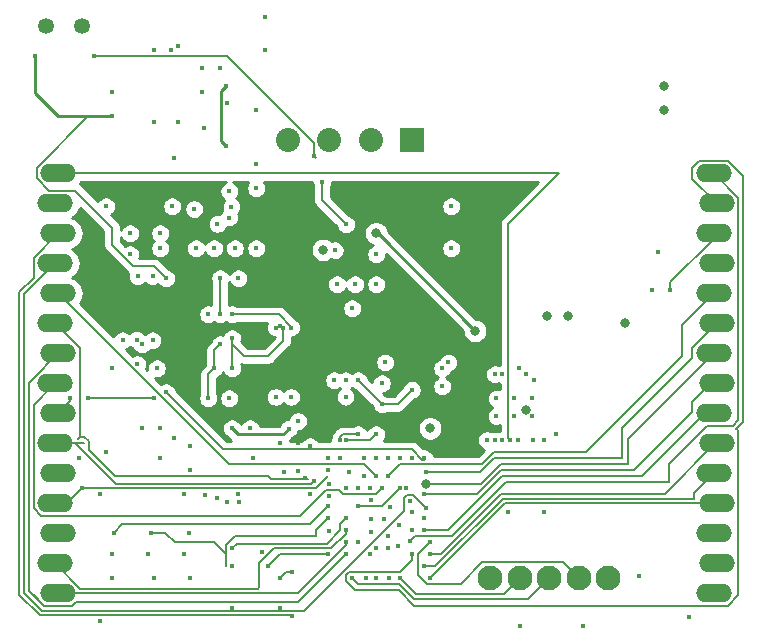
<source format=gbr>
%TF.GenerationSoftware,KiCad,Pcbnew,(5.1.6)-1*%
%TF.CreationDate,2020-08-29T17:57:31+05:30*%
%TF.ProjectId,TENET,54454e45-542e-46b6-9963-61645f706362,Minor Project*%
%TF.SameCoordinates,Original*%
%TF.FileFunction,Copper,L3,Inr*%
%TF.FilePolarity,Positive*%
%FSLAX46Y46*%
G04 Gerber Fmt 4.6, Leading zero omitted, Abs format (unit mm)*
G04 Created by KiCad (PCBNEW (5.1.6)-1) date 2020-08-29 17:57:31*
%MOMM*%
%LPD*%
G01*
G04 APERTURE LIST*
%TA.AperFunction,ViaPad*%
%ADD10O,3.048000X1.524000*%
%TD*%
%TA.AperFunction,ViaPad*%
%ADD11C,1.346200*%
%TD*%
%TA.AperFunction,ViaPad*%
%ADD12C,0.380000*%
%TD*%
%TA.AperFunction,ViaPad*%
%ADD13C,2.100000*%
%TD*%
%TA.AperFunction,ViaPad*%
%ADD14C,2.032000*%
%TD*%
%TA.AperFunction,ViaPad*%
%ADD15R,2.032000X2.032000*%
%TD*%
%TA.AperFunction,ViaPad*%
%ADD16C,0.400000*%
%TD*%
%TA.AperFunction,ViaPad*%
%ADD17C,0.800000*%
%TD*%
%TA.AperFunction,Conductor*%
%ADD18C,0.250000*%
%TD*%
%TA.AperFunction,Conductor*%
%ADD19C,0.200000*%
%TD*%
%TA.AperFunction,Conductor*%
%ADD20C,0.254000*%
%TD*%
G04 APERTURE END LIST*
D10*
%TO.N,RX*%
%TO.C,J4*%
X181483000Y-77470000D03*
%TO.N,TX*%
X181737000Y-80010000D03*
%TO.N,RESETN*%
X181483000Y-82550000D03*
%TO.N,VBUS*%
X181737000Y-85090000D03*
%TO.N,A7*%
X181483000Y-87630000D03*
%TO.N,A6*%
X181737000Y-90170000D03*
%TO.N,A5*%
X181483000Y-92710000D03*
%TO.N,A4*%
X181737000Y-95250000D03*
%TO.N,A3\u005CSDA*%
X181483000Y-97790000D03*
%TO.N,A2\u005CSCL*%
X181737000Y-100330000D03*
%TO.N,A1*%
X181483000Y-102870000D03*
%TO.N,A0*%
X181737000Y-105410000D03*
%TO.N,Net-(J4-Pad3)*%
X181483000Y-107950000D03*
%TO.N,VCC*%
X181737000Y-110490000D03*
%TO.N,RESETN*%
X181483000Y-113030000D03*
%TD*%
D11*
%TO.N,N/C*%
%TO.C,U10*%
X124992000Y-65024400D03*
X127992000Y-65024400D03*
%TD*%
D12*
%TO.N,GND*%
%TO.C,U6*%
X163092000Y-96538000D03*
X164592000Y-96538000D03*
X166092000Y-96538000D03*
X163092000Y-98038000D03*
X164592000Y-98038000D03*
X166092000Y-98038000D03*
%TD*%
D13*
%TO.N,GND*%
%TO.C,J5*%
X172560000Y-111760000D03*
%TO.N,RESETN*%
X170060000Y-111760000D03*
%TO.N,SWCLK*%
X167560000Y-111760000D03*
%TO.N,SWDIO*%
X165060000Y-111760000D03*
%TO.N,VCC*%
X162560000Y-111760000D03*
%TD*%
D10*
%TO.N,MOSI*%
%TO.C,J3*%
X125984000Y-113030000D03*
%TO.N,MISO*%
X125730000Y-110490000D03*
%TO.N,GND*%
X125984000Y-107950000D03*
%TO.N,SCK*%
X125730000Y-105410000D03*
%TO.N,GND*%
X125984000Y-102870000D03*
%TO.N,D7*%
X125730000Y-100330000D03*
%TO.N,D6*%
X125984000Y-97790000D03*
%TO.N,D5*%
X125730000Y-95250000D03*
%TO.N,D4*%
X125984000Y-92710000D03*
%TO.N,D3*%
X125730000Y-90170000D03*
%TO.N,D2*%
X125984000Y-87630000D03*
%TO.N,D1*%
X125730000Y-85090000D03*
%TO.N,D0*%
X125984000Y-82550000D03*
%TO.N,GND*%
X125730000Y-80010000D03*
%TO.N,VM*%
X125984000Y-77470000D03*
%TD*%
D14*
%TO.N,Net-(J2-Pad4)*%
%TO.C,J2*%
X145458180Y-74676000D03*
%TO.N,Net-(J2-Pad3)*%
X148958300Y-74676000D03*
%TO.N,Net-(J2-Pad2)*%
X152458420Y-74676000D03*
D15*
%TO.N,Net-(J2-Pad1)*%
X155956000Y-74676000D03*
%TD*%
D16*
%TO.N,*%
X130048000Y-101092000D03*
X129540000Y-104648000D03*
X133096000Y-91948000D03*
X152908000Y-109220000D03*
X158496000Y-93980000D03*
%TO.N,GND*%
X153924000Y-109220000D03*
X151384000Y-108712000D03*
D17*
X165608000Y-97536000D03*
X165608000Y-97536000D03*
D16*
X148910000Y-107795000D03*
X152460000Y-107870000D03*
X152460000Y-106740000D03*
X153610000Y-106720000D03*
X153888704Y-108148704D03*
X154760000Y-109020000D03*
X153888704Y-109184704D03*
X152400000Y-109728000D03*
X154808704Y-107228704D03*
X154103547Y-105683561D03*
X152460000Y-105164000D03*
X142510000Y-101600000D03*
X140270000Y-105340000D03*
X138430000Y-104704998D03*
X136652000Y-104648000D03*
X125984000Y-102870000D03*
X125984000Y-107950000D03*
X127787400Y-101600000D03*
X135831092Y-99924456D03*
X133096000Y-99060000D03*
X133096000Y-99060000D03*
X132695554Y-93634446D03*
X134350000Y-93980000D03*
X133985000Y-91612000D03*
X131445000Y-91612000D03*
X125730000Y-80010000D03*
X136144000Y-73152000D03*
X138302000Y-73660000D03*
X140307554Y-71528446D03*
X134112000Y-67056000D03*
X142748000Y-72136000D03*
X143518000Y-67056000D03*
X143518000Y-64254000D03*
X140474700Y-78990000D03*
X137509815Y-80498985D03*
X140962000Y-83820000D03*
X141240000Y-86360000D03*
X149418000Y-83988000D03*
X149598000Y-86868000D03*
X152908000Y-84328000D03*
X159258000Y-83820000D03*
X159258000Y-80264000D03*
X176764000Y-84160000D03*
X176764000Y-84160000D03*
X176260000Y-87376000D03*
X168148000Y-99584000D03*
X164917000Y-100088000D03*
X167124000Y-106172000D03*
X164084000Y-106172000D03*
X172560000Y-111760000D03*
X175167000Y-111534000D03*
X152035000Y-111752000D03*
X154035000Y-111752000D03*
X129540000Y-115392030D03*
X140716000Y-114300000D03*
X142240000Y-99060000D03*
X144414000Y-96410000D03*
X146304000Y-98459997D03*
X149352000Y-94996000D03*
X153400000Y-95250000D03*
X153670000Y-93480000D03*
X150656066Y-102794999D03*
X152908000Y-86868000D03*
X165567000Y-94488000D03*
X163584000Y-94488564D03*
%TO.N,VBUS*%
X150368000Y-104140000D03*
D17*
X157480000Y-99060000D03*
X157480000Y-99060000D03*
D16*
X140208000Y-75184000D03*
X140208000Y-70104000D03*
X147320000Y-104648000D03*
X158496000Y-95504000D03*
X159021001Y-93489001D03*
%TO.N,Net-(C7-Pad2)*%
X134112000Y-73152000D03*
X135818880Y-76200000D03*
X139472541Y-81754603D03*
X137652000Y-83820000D03*
%TO.N,VDD_ENV*%
X154940000Y-101600000D03*
X147320000Y-100584000D03*
X145529300Y-99080701D03*
X140700000Y-99060000D03*
%TO.N,Net-(C10-Pad1)*%
X151384000Y-94996000D03*
X153416000Y-97028000D03*
X155950125Y-95813733D03*
%TO.N,Net-(C13-Pad2)*%
X134620000Y-99060000D03*
X137188048Y-100574304D03*
%TO.N,Net-(C15-Pad2)*%
X134620000Y-101600000D03*
%TO.N,Net-(C16-Pad2)*%
X163576000Y-100076000D03*
X163576000Y-100076000D03*
%TO.N,VM*%
X164267000Y-100088000D03*
%TO.N,BAT-*%
X130556000Y-70612000D03*
X140716000Y-93980000D03*
X140716000Y-91440000D03*
X145064000Y-90534000D03*
X144414000Y-90534000D03*
X144780000Y-90424000D03*
%TO.N,Net-(C20-Pad1)*%
X139700000Y-91948000D03*
X139192000Y-93980000D03*
X138684000Y-96520000D03*
D17*
%TO.N,Net-(C21-Pad2)*%
X167411400Y-89560400D03*
X161290000Y-90805000D03*
D16*
X148336000Y-78232000D03*
X129032000Y-67564000D03*
X147642299Y-76014299D03*
X150368000Y-81788000D03*
D17*
X152908000Y-82548000D03*
X161290000Y-90805000D03*
X167411400Y-89560400D03*
D16*
%TO.N,RESETN*%
X177800000Y-87376000D03*
X157480000Y-108712000D03*
X170442000Y-115824000D03*
X179417000Y-115034000D03*
%TO.N,D-*%
X139700000Y-68580000D03*
X149860000Y-100076000D03*
X138176000Y-68580000D03*
X148844000Y-101600000D03*
X151384000Y-99568000D03*
X136156700Y-66730880D03*
%TO.N,D+*%
X150368000Y-100076000D03*
X138176000Y-70612000D03*
X149860000Y-101600000D03*
X152908000Y-99568000D03*
X135557308Y-67056000D03*
%TO.N,Net-(D3-PadC)*%
X135636000Y-80264000D03*
X134620000Y-82550000D03*
%TO.N,Net-(D4-PadC)*%
X130048000Y-80264000D03*
X132080000Y-82550000D03*
D17*
%TO.N,Net-(D5-PadA)*%
X173990000Y-90170000D03*
X148430347Y-83950347D03*
X169125000Y-89535000D03*
D16*
%TO.N,Net-(D6-PadA)*%
X140716000Y-110744000D03*
%TO.N,Net-(D8-PadC)*%
X134112000Y-111760000D03*
X133604000Y-109728000D03*
%TO.N,Net-(D9-PadC)*%
X130556000Y-111760000D03*
X130556000Y-109728000D03*
%TO.N,Net-(D10-PadC)*%
X136652000Y-109728000D03*
X137160000Y-111760000D03*
X136652000Y-109728000D03*
%TO.N,Net-(IC1-Pad3)*%
X138684000Y-89408000D03*
X145714000Y-96410000D03*
%TO.N,Net-(IC1-Pad2)*%
X139700000Y-89408000D03*
X139700000Y-86360000D03*
%TO.N,Net-(IC1-Pad1)*%
X140716000Y-89408000D03*
X145714000Y-90534000D03*
%TO.N,Net-(IC2-Pad7)*%
X132080000Y-84328000D03*
X132715000Y-86188000D03*
%TO.N,Net-(IC2-Pad6)*%
X134620000Y-83820000D03*
X133985000Y-86188000D03*
%TO.N,BAT+*%
X124002800Y-67564000D03*
X130556000Y-72644000D03*
X135128000Y-86360000D03*
X140470000Y-96520000D03*
%TO.N,Net-(IC2-Pad2)*%
X130556000Y-93980000D03*
X132645993Y-91551143D03*
%TO.N,INT_APDS*%
X151892000Y-101600000D03*
X150322000Y-96396000D03*
%TO.N,Net-(IC3-Pad51)*%
X152908000Y-101600000D03*
%TO.N,Net-(IC3-Pad50)*%
X153924000Y-101600000D03*
%TO.N,D7*%
X155956000Y-101600000D03*
X147641652Y-103513810D03*
%TO.N,D6*%
X127000000Y-96520000D03*
X128524000Y-96520000D03*
X134112000Y-96520000D03*
X135128000Y-96012000D03*
X156972000Y-101600000D03*
X127000000Y-97536000D03*
%TO.N,Net-(IC3-Pad46)*%
X151384000Y-104140000D03*
%TO.N,Net-(IC3-Pad45)*%
X152400000Y-104140000D03*
%TO.N,D5*%
X127000000Y-95504000D03*
X153416000Y-104140000D03*
%TO.N,LB*%
X145796000Y-111252000D03*
X144780000Y-111760000D03*
X151384000Y-105664000D03*
X154940000Y-104140000D03*
X137033000Y-107942000D03*
%TO.N,BIN2*%
X155448000Y-104140000D03*
X162967000Y-100088000D03*
%TO.N,BIN1*%
X155788232Y-105195000D03*
X162288446Y-100059446D03*
%TO.N,AIN2*%
X155956000Y-106172000D03*
X166217000Y-100088000D03*
%TO.N,AIN1*%
X155956000Y-107696000D03*
X167132000Y-100076000D03*
D17*
%TO.N,RX*%
X177292000Y-72136000D03*
X177292000Y-72136000D03*
D16*
X155785000Y-108645000D03*
%TO.N,TX*%
X155956000Y-109728000D03*
D17*
X177292000Y-70104000D03*
D16*
%TO.N,D4*%
X150368000Y-109728000D03*
%TO.N,MOSI*%
X150368000Y-108712000D03*
X150368000Y-108712000D03*
%TO.N,MISO*%
X150368000Y-107696000D03*
%TO.N,Net-(IC3-Pad33)*%
X150368000Y-106680000D03*
X140716000Y-109212000D03*
%TO.N,D3*%
X151892000Y-103124000D03*
X146916284Y-103239990D03*
%TO.N,D2*%
X152908000Y-103124000D03*
%TO.N,A7*%
X153924000Y-103124000D03*
%TO.N,A6*%
X157160000Y-102795000D03*
D17*
%TO.N,A5*%
X157160000Y-103795000D03*
D16*
%TO.N,A4*%
X156972000Y-104648000D03*
%TO.N,D1*%
X157131500Y-105823500D03*
%TO.N,D0*%
X156972000Y-106680000D03*
X145796000Y-114992020D03*
%TO.N,A3\u005CSDA*%
X156972000Y-107696000D03*
%TO.N,A2\u005CSCL*%
X157480000Y-109728000D03*
%TO.N,A1*%
X156972000Y-110744000D03*
%TO.N,A0*%
X157480000Y-111760000D03*
%TO.N,SWDIO*%
X154940000Y-111760000D03*
%TO.N,Net-(IC3-Pad13)*%
X152908000Y-111760000D03*
%TO.N,SWCLK*%
X150876000Y-111760000D03*
X165100000Y-115824000D03*
%TO.N,R_PULLUP*%
X148844000Y-109728000D03*
X143764000Y-110760000D03*
%TO.N,LR*%
X148844000Y-106680000D03*
X133858000Y-107942000D03*
%TO.N,LG*%
X148844000Y-105664000D03*
X130683000Y-107942000D03*
%TO.N,SCL*%
X144780000Y-114300000D03*
X148910000Y-104795000D03*
X144780000Y-100330000D03*
X137160000Y-102616000D03*
X145137297Y-102766703D03*
X141342319Y-105303672D03*
X139441548Y-104923685D03*
X150322000Y-94996000D03*
%TO.N,SDA*%
X148910000Y-103795000D03*
X146278600Y-100330000D03*
X146278600Y-102641400D03*
X141251938Y-104665056D03*
X143256584Y-109528308D03*
X151292000Y-96396000D03*
%TO.N,SCK*%
X148844000Y-102616000D03*
X128000000Y-104140000D03*
%TO.N,Net-(J2-Pad3)*%
X162967000Y-94488000D03*
%TO.N,Net-(J2-Pad2)*%
X165016998Y-93980000D03*
%TO.N,Net-(J2-Pad1)*%
X166316998Y-94996000D03*
%TO.N,Net-(R2-Pad2)*%
X142748000Y-78740000D03*
X140665200Y-80290000D03*
X142748000Y-76708000D03*
%TO.N,Net-(R4-Pad2)*%
X142748000Y-83820000D03*
X140471495Y-81214692D03*
%TO.N,Net-(R5-Pad1)*%
X139192000Y-83820000D03*
%TO.N,Net-(R14-Pad2)*%
X150876000Y-88900000D03*
X151138000Y-86868000D03*
%TD*%
D18*
%TO.N,VBUS*%
X139782553Y-74758553D02*
X139782553Y-70529447D01*
X140208000Y-75184000D02*
X139782553Y-74758553D01*
X139782553Y-70529447D02*
X140208000Y-70104000D01*
%TO.N,VDD_ENV*%
X145025000Y-99585001D02*
X141225001Y-99585001D01*
X141225001Y-99585001D02*
X140700000Y-99060000D01*
X145529300Y-99080701D02*
X145025000Y-99585001D01*
D19*
%TO.N,Net-(C10-Pad1)*%
X151384000Y-94996000D02*
X153416000Y-97028000D01*
X153416000Y-97028000D02*
X154735858Y-97028000D01*
X154735858Y-97028000D02*
X155950125Y-95813733D01*
%TO.N,VM*%
X125984000Y-77470000D02*
X168402000Y-77470000D01*
X164101999Y-99922999D02*
X164267000Y-100088000D01*
X168402000Y-77470000D02*
X164101999Y-81770001D01*
X164101999Y-94470001D02*
X164084000Y-94488000D01*
X164101999Y-94470001D02*
X164101999Y-99922999D01*
X164101999Y-81770001D02*
X164101999Y-94470001D01*
%TO.N,BAT-*%
X140716000Y-93980000D02*
X140716000Y-91440000D01*
X140716000Y-91440000D02*
X140716000Y-91948000D01*
X140716000Y-91948000D02*
X141732000Y-92964000D01*
X141732000Y-92964000D02*
X143764000Y-92964000D01*
X143764000Y-92964000D02*
X145064000Y-91664000D01*
X145064000Y-91664000D02*
X145064000Y-90534000D01*
%TO.N,Net-(C20-Pad1)*%
X138684000Y-94488000D02*
X139192000Y-93980000D01*
X138684000Y-96520000D02*
X138684000Y-94488000D01*
X139192000Y-93980000D02*
X139192000Y-92456000D01*
X139192000Y-92456000D02*
X139700000Y-91948000D01*
%TO.N,Net-(C21-Pad2)*%
X147642299Y-74912437D02*
X147642299Y-76014299D01*
X129032000Y-67564000D02*
X140293862Y-67564000D01*
X140293862Y-67564000D02*
X147642299Y-74912437D01*
X147828000Y-76200000D02*
X147642299Y-76014299D01*
X148336000Y-78232000D02*
X148336000Y-79756000D01*
X148336000Y-79756000D02*
X150368000Y-81788000D01*
D18*
X161290000Y-90805000D02*
X161290000Y-90805000D01*
X153035000Y-82550000D02*
X152910000Y-82550000D01*
X152910000Y-82550000D02*
X152908000Y-82548000D01*
X161290000Y-90805000D02*
X153035000Y-82550000D01*
D19*
%TO.N,RESETN*%
X168709999Y-110409999D02*
X170060000Y-111760000D01*
X161911999Y-110409999D02*
X168709999Y-110409999D01*
X160061997Y-112260001D02*
X161911999Y-110409999D01*
X157239999Y-112260001D02*
X160061997Y-112260001D01*
X156471999Y-111492001D02*
X157239999Y-112260001D01*
X156471999Y-109720001D02*
X156471999Y-111492001D01*
X157480000Y-108712000D02*
X156471999Y-109720001D01*
X181483000Y-83003000D02*
X181483000Y-82550000D01*
X177800000Y-86686000D02*
X181483000Y-83003000D01*
X177800000Y-87376000D02*
X177800000Y-86686000D01*
%TO.N,D-*%
X149860000Y-99793158D02*
X150085158Y-99568000D01*
X149860000Y-100076000D02*
X149860000Y-99793158D01*
X150085158Y-99568000D02*
X151384000Y-99568000D01*
%TO.N,D+*%
X152400000Y-100076000D02*
X152908000Y-99568000D01*
X150368000Y-100076000D02*
X152400000Y-100076000D01*
%TO.N,Net-(IC1-Pad2)*%
X139700000Y-89408000D02*
X139700000Y-86360000D01*
%TO.N,Net-(IC1-Pad1)*%
X145714000Y-90443998D02*
X145714000Y-90534000D01*
X144678002Y-89408000D02*
X145714000Y-90443998D01*
X140716000Y-89408000D02*
X144678002Y-89408000D01*
%TO.N,BAT+*%
X127439992Y-78947990D02*
X130556000Y-82063998D01*
X124159990Y-77909898D02*
X125198082Y-78947990D01*
X130556000Y-72644000D02*
X128546092Y-72644000D01*
X125198082Y-78947990D02*
X127439992Y-78947990D01*
X124159990Y-77030102D02*
X124159990Y-77909898D01*
X130556000Y-83544002D02*
X132355998Y-85344000D01*
X130556000Y-82063998D02*
X130556000Y-83544002D01*
X134112000Y-85344000D02*
X135128000Y-86360000D01*
X132355998Y-85344000D02*
X134112000Y-85344000D01*
X128546092Y-72644000D02*
X128535046Y-72655046D01*
X128535046Y-72655046D02*
X124159990Y-77030102D01*
D18*
X124002800Y-67564000D02*
X124002800Y-70662800D01*
X125984000Y-72644000D02*
X130556000Y-72644000D01*
X124002800Y-70662800D02*
X125984000Y-72644000D01*
D19*
%TO.N,D7*%
X125730000Y-100330000D02*
X128162010Y-100330000D01*
X127454000Y-100330000D02*
X130556000Y-103432000D01*
X125730000Y-100330000D02*
X127454000Y-100330000D01*
X147415472Y-103739990D02*
X147641652Y-103513810D01*
X130556000Y-103432000D02*
X130863990Y-103739990D01*
X130863990Y-103739990D02*
X147415472Y-103739990D01*
%TO.N,D6*%
X125984000Y-97790000D02*
X126746000Y-97790000D01*
X126746000Y-97790000D02*
X127000000Y-97536000D01*
X125984000Y-97790000D02*
X126499999Y-97274001D01*
X127000000Y-96774000D02*
X125984000Y-97790000D01*
X127000000Y-96520000D02*
X127000000Y-96774000D01*
X128524000Y-96520000D02*
X134112000Y-96520000D01*
X135128000Y-96012000D02*
X137668000Y-98552000D01*
X155926003Y-100830001D02*
X156803992Y-101707990D01*
X137668000Y-98552000D02*
X139946001Y-100830001D01*
X139946001Y-100830001D02*
X155926003Y-100830001D01*
X156803992Y-101707990D02*
X156972000Y-101707990D01*
%TO.N,D5*%
X152915999Y-104640001D02*
X153416000Y-104140000D01*
X149782998Y-104295000D02*
X150127999Y-104640001D01*
X148669998Y-104295000D02*
X149782998Y-104295000D01*
X146492988Y-106472010D02*
X148669998Y-104295000D01*
X124528102Y-106472010D02*
X146492988Y-106472010D01*
X123905990Y-105849898D02*
X124528102Y-106472010D01*
X123905990Y-97074010D02*
X123905990Y-105849898D01*
X150127999Y-104640001D02*
X152915999Y-104640001D01*
X125730000Y-95250000D02*
X123905990Y-97074010D01*
%TO.N,LB*%
X153416000Y-105664000D02*
X151384000Y-105664000D01*
X154940000Y-104140000D02*
X153416000Y-105664000D01*
X145288000Y-111252000D02*
X144780000Y-111760000D01*
X145796000Y-111252000D02*
X145288000Y-111252000D01*
%TO.N,RX*%
X163910905Y-103632000D02*
X177742302Y-103632000D01*
X159330906Y-108211999D02*
X163910905Y-103632000D01*
X155785000Y-108645000D02*
X156218001Y-108211999D01*
X156218001Y-108211999D02*
X159330906Y-108211999D01*
X180951082Y-98852010D02*
X183087990Y-98852010D01*
X177742302Y-103632000D02*
X177742302Y-102060790D01*
X177742302Y-102060790D02*
X180951082Y-98852010D01*
X183561010Y-79548010D02*
X181483000Y-77470000D01*
X183561010Y-98378990D02*
X183561010Y-79548010D01*
X183087990Y-98852010D02*
X183561010Y-98378990D01*
%TO.N,TX*%
X179658990Y-77030102D02*
X179658990Y-77931990D01*
X180281102Y-76407990D02*
X179658990Y-77030102D01*
X182684898Y-76407990D02*
X180281102Y-76407990D01*
X183961020Y-77684112D02*
X182684898Y-76407990D01*
X183561010Y-99233009D02*
X183416850Y-99088850D01*
X179658990Y-77931990D02*
X181737000Y-80010000D01*
X155956000Y-109728000D02*
X155956000Y-110236000D01*
X155956000Y-110236000D02*
X154940000Y-111252000D01*
X154940000Y-111252000D02*
X150643998Y-111252000D01*
X150643998Y-111252000D02*
X150375999Y-111519999D01*
X183416850Y-99088850D02*
X183961020Y-98544679D01*
X154824604Y-112776000D02*
X156140612Y-114092010D01*
X150375999Y-112000001D02*
X151151998Y-112776000D01*
X150375999Y-111519999D02*
X150375999Y-112000001D01*
X182684898Y-114092010D02*
X183561010Y-113215898D01*
X151151998Y-112776000D02*
X154824604Y-112776000D01*
X156140612Y-114092010D02*
X182684898Y-114092010D01*
X183961020Y-98544679D02*
X183961020Y-77684112D01*
X183561010Y-113215898D02*
X183561010Y-99233009D01*
%TO.N,D4*%
X150368000Y-109728000D02*
X146304000Y-113792000D01*
X146304000Y-113792000D02*
X127485908Y-113792000D01*
X124782102Y-114092010D02*
X123905990Y-113215898D01*
X123905990Y-94788010D02*
X125984000Y-92710000D01*
X127185898Y-114092010D02*
X124782102Y-114092010D01*
X127485908Y-113792000D02*
X127185898Y-114092010D01*
X123505980Y-95188020D02*
X123505980Y-112837980D01*
X125984000Y-92710000D02*
X123505980Y-95188020D01*
X123505980Y-112837980D02*
X124460000Y-113792000D01*
%TO.N,MOSI*%
X150368000Y-108944002D02*
X150368000Y-108712000D01*
X146282002Y-113030000D02*
X150368000Y-108944002D01*
X125984000Y-113030000D02*
X146282002Y-113030000D01*
%TO.N,MISO*%
X127869990Y-112629990D02*
X125730000Y-110490000D01*
X143002000Y-112522000D02*
X142894010Y-112629990D01*
X150368000Y-107978842D02*
X149118843Y-109227999D01*
X142894010Y-112629990D02*
X127869990Y-112629990D01*
X150368000Y-107696000D02*
X150368000Y-107978842D01*
X144264001Y-109227999D02*
X143002000Y-110490000D01*
X149118843Y-109227999D02*
X144264001Y-109227999D01*
X143002000Y-110490000D02*
X143002000Y-112522000D01*
%TO.N,Net-(IC3-Pad33)*%
X141100011Y-108827989D02*
X140716000Y-109212000D01*
X150368000Y-106680000D02*
X149867999Y-107180001D01*
X149867999Y-107688001D02*
X148728011Y-108827989D01*
X149867999Y-107180001D02*
X149867999Y-107688001D01*
X148728011Y-108827989D02*
X141100011Y-108827989D01*
%TO.N,D3*%
X125730000Y-90170000D02*
X125984000Y-90424000D01*
X127808010Y-99775990D02*
X127654010Y-99929990D01*
X125730000Y-90170000D02*
X127808010Y-92248010D01*
X127808010Y-92248010D02*
X127808010Y-99775990D01*
X128562020Y-100164311D02*
X128562020Y-100872322D01*
X127808010Y-99775990D02*
X128173699Y-99775990D01*
X128173699Y-99775990D02*
X128562020Y-100164311D01*
X128562020Y-100872322D02*
X130813698Y-103124000D01*
X143764000Y-103124000D02*
X143979980Y-103339980D01*
X130813698Y-103124000D02*
X143764000Y-103124000D01*
X143979980Y-103339980D02*
X147141651Y-103339980D01*
X147141651Y-103339980D02*
X147016274Y-103339980D01*
X147016274Y-103339980D02*
X146916284Y-103239990D01*
%TO.N,D2*%
X151884001Y-102100001D02*
X152908000Y-103124000D01*
X140454001Y-102100001D02*
X151884001Y-102100001D01*
X125984000Y-87630000D02*
X140454001Y-102100001D01*
%TO.N,A7*%
X153924000Y-103124000D02*
X154940000Y-102108000D01*
X161844302Y-102108000D02*
X162860302Y-101092000D01*
X154940000Y-102108000D02*
X161844302Y-102108000D01*
X162860302Y-101092000D02*
X170688000Y-101092000D01*
X170688000Y-101092000D02*
X178816000Y-92964000D01*
X178816000Y-90297000D02*
X181483000Y-87630000D01*
X178816000Y-92964000D02*
X178816000Y-90297000D01*
%TO.N,A6*%
X157160000Y-102795000D02*
X161723000Y-102795000D01*
X161723000Y-102795000D02*
X162918000Y-101600000D01*
X162918000Y-101600000D02*
X173736000Y-101600000D01*
X179658990Y-92248010D02*
X181737000Y-90170000D01*
X179658990Y-93137010D02*
X179658990Y-92248010D01*
X173736000Y-99060000D02*
X179658990Y-93137010D01*
X173736000Y-101600000D02*
X173736000Y-99060000D01*
%TO.N,A5*%
X157160000Y-103795000D02*
X161773604Y-103795000D01*
X161773604Y-103795000D02*
X163460604Y-102108000D01*
X163460604Y-102108000D02*
X174244000Y-102108000D01*
X174244000Y-99949000D02*
X181483000Y-92710000D01*
X174244000Y-102108000D02*
X174244000Y-99949000D01*
%TO.N,A4*%
X161486302Y-104648000D02*
X163518302Y-102616000D01*
X156972000Y-104648000D02*
X161486302Y-104648000D01*
X163518302Y-102616000D02*
X174752000Y-102616000D01*
X179658990Y-97709010D02*
X179658990Y-96854990D01*
X174752000Y-102616000D02*
X179658990Y-97709010D01*
X181263980Y-95250000D02*
X181737000Y-95250000D01*
X179658990Y-96854990D02*
X181263980Y-95250000D01*
%TO.N,D1*%
X157059999Y-105895001D02*
X157131500Y-105823500D01*
X157131500Y-105823500D02*
X157160000Y-105795000D01*
X155548231Y-104694999D02*
X156002999Y-104694999D01*
X155288231Y-104954999D02*
X155548231Y-104694999D01*
X155288231Y-106042069D02*
X155288231Y-104954999D01*
X146838280Y-114492020D02*
X155288231Y-106042069D01*
X124594321Y-114492020D02*
X146838280Y-114492020D01*
X123105970Y-113003669D02*
X124594321Y-114492020D01*
X123105970Y-87714030D02*
X123105970Y-113003669D01*
X125730000Y-85090000D02*
X123105970Y-87714030D01*
X156972000Y-105664000D02*
X157131500Y-105823500D01*
X156002999Y-104694999D02*
X156972000Y-105664000D01*
%TO.N,D0*%
X125984000Y-82550000D02*
X123905990Y-84628010D01*
X123905990Y-84628010D02*
X123905990Y-86348312D01*
X123905990Y-86348312D02*
X122705960Y-87548341D01*
X122705960Y-113169358D02*
X124428632Y-114892030D01*
X122705960Y-87548341D02*
X122705960Y-113169358D01*
X124428632Y-114892030D02*
X145696010Y-114892030D01*
X145696010Y-114892030D02*
X145796000Y-114992020D01*
%TO.N,A3\u005CSDA*%
X156972000Y-107696000D02*
X159004000Y-107696000D01*
X159004000Y-107696000D02*
X163576000Y-103124000D01*
X180721000Y-97790000D02*
X181483000Y-97790000D01*
X175387000Y-103124000D02*
X180721000Y-97790000D01*
X163576000Y-103124000D02*
X175387000Y-103124000D01*
%TO.N,A2\u005CSCL*%
X157480000Y-109728000D02*
X158380604Y-109728000D01*
X158380604Y-109728000D02*
X163498622Y-104609982D01*
X163498622Y-104609982D02*
X177330018Y-104609982D01*
X181610000Y-100330000D02*
X181737000Y-100330000D01*
X177330018Y-104609982D02*
X181610000Y-100330000D01*
%TO.N,A1*%
X179832000Y-105009990D02*
X179832000Y-104521000D01*
X163664312Y-105009990D02*
X179832000Y-105009990D01*
X156972000Y-110744000D02*
X157930302Y-110744000D01*
X179832000Y-104521000D02*
X181483000Y-102870000D01*
X157930302Y-110744000D02*
X163664312Y-105009990D01*
%TO.N,A0*%
X163830000Y-105410000D02*
X181737000Y-105410000D01*
X157480000Y-111760000D02*
X163830000Y-105410000D01*
%TO.N,SWDIO*%
X163709999Y-113110001D02*
X156290001Y-113110001D01*
X165060000Y-111760000D02*
X163709999Y-113110001D01*
X156290001Y-113110001D02*
X154940000Y-111760000D01*
%TO.N,SWCLK*%
X156124312Y-113510011D02*
X154882302Y-112268000D01*
X151384000Y-112268000D02*
X150876000Y-111760000D01*
X154882302Y-112268000D02*
X151384000Y-112268000D01*
X167560000Y-111760000D02*
X165809989Y-113510011D01*
X165809989Y-113510011D02*
X156124312Y-113510011D01*
%TO.N,R_PULLUP*%
X148844000Y-109728000D02*
X144796000Y-109728000D01*
X144796000Y-109728000D02*
X143764000Y-110760000D01*
%TO.N,LR*%
X148844000Y-106680000D02*
X147828000Y-107696000D01*
X147828000Y-107696000D02*
X147828000Y-108204000D01*
X140983998Y-108204000D02*
X140208000Y-108979998D01*
X147828000Y-108204000D02*
X140983998Y-108204000D01*
X133858000Y-107942000D02*
X135074020Y-107942000D01*
X135074020Y-107942000D02*
X135844020Y-108712000D01*
X139192000Y-108712000D02*
X140208000Y-109728000D01*
X135844020Y-108712000D02*
X139192000Y-108712000D01*
X140208000Y-108979998D02*
X140208000Y-109728000D01*
X140208000Y-109728000D02*
X140208000Y-110744000D01*
%TO.N,LG*%
X148844000Y-105664000D02*
X147320000Y-107188000D01*
X131437000Y-107188000D02*
X140208000Y-107188000D01*
X130683000Y-107942000D02*
X131437000Y-107188000D01*
X147320000Y-107188000D02*
X140208000Y-107188000D01*
X140208000Y-107188000D02*
X139835000Y-107188000D01*
%TO.N,SCK*%
X125730000Y-105410000D02*
X126746000Y-105410000D01*
X126746000Y-105410000D02*
X128000000Y-104156000D01*
X128000000Y-104156000D02*
X128000000Y-104140000D01*
X128000000Y-104140000D02*
X147828000Y-104140000D01*
X147828000Y-104140000D02*
X148844000Y-103124000D01*
%TD*%
D20*
%TO.N,SDA*%
G36*
X140079179Y-78250033D02*
G01*
X139942419Y-78341413D01*
X139826113Y-78457719D01*
X139734733Y-78594479D01*
X139671789Y-78746440D01*
X139639700Y-78907760D01*
X139639700Y-79072240D01*
X139671789Y-79233560D01*
X139734733Y-79385521D01*
X139826113Y-79522281D01*
X139942419Y-79638587D01*
X140058310Y-79716022D01*
X140016613Y-79757719D01*
X139925233Y-79894479D01*
X139862289Y-80046440D01*
X139830200Y-80207760D01*
X139830200Y-80372240D01*
X139862289Y-80533560D01*
X139894352Y-80610967D01*
X139822908Y-80682411D01*
X139731528Y-80819171D01*
X139679640Y-80944439D01*
X139554781Y-80919603D01*
X139390301Y-80919603D01*
X139228981Y-80951692D01*
X139077020Y-81014636D01*
X138940260Y-81106016D01*
X138823954Y-81222322D01*
X138732574Y-81359082D01*
X138669630Y-81511043D01*
X138637541Y-81672363D01*
X138637541Y-81836843D01*
X138669630Y-81998163D01*
X138732574Y-82150124D01*
X138823954Y-82286884D01*
X138940260Y-82403190D01*
X139077020Y-82494570D01*
X139228981Y-82557514D01*
X139390301Y-82589603D01*
X139554781Y-82589603D01*
X139716101Y-82557514D01*
X139868062Y-82494570D01*
X140004822Y-82403190D01*
X140121128Y-82286884D01*
X140212508Y-82150124D01*
X140264396Y-82024856D01*
X140389255Y-82049692D01*
X140553735Y-82049692D01*
X140715055Y-82017603D01*
X140867016Y-81954659D01*
X141003776Y-81863279D01*
X141120082Y-81746973D01*
X141211462Y-81610213D01*
X141274406Y-81458252D01*
X141306495Y-81296932D01*
X141306495Y-81132452D01*
X141274406Y-80971132D01*
X141242343Y-80893725D01*
X141313787Y-80822281D01*
X141405167Y-80685521D01*
X141468111Y-80533560D01*
X141500200Y-80372240D01*
X141500200Y-80207760D01*
X141468111Y-80046440D01*
X141405167Y-79894479D01*
X141313787Y-79757719D01*
X141197481Y-79641413D01*
X141081590Y-79563978D01*
X141123287Y-79522281D01*
X141214667Y-79385521D01*
X141277611Y-79233560D01*
X141309700Y-79072240D01*
X141309700Y-78907760D01*
X141277611Y-78746440D01*
X141214667Y-78594479D01*
X141123287Y-78457719D01*
X141006981Y-78341413D01*
X140870221Y-78250033D01*
X140761501Y-78205000D01*
X142102132Y-78205000D01*
X142099413Y-78207719D01*
X142008033Y-78344479D01*
X141945089Y-78496440D01*
X141913000Y-78657760D01*
X141913000Y-78822240D01*
X141945089Y-78983560D01*
X142008033Y-79135521D01*
X142099413Y-79272281D01*
X142215719Y-79388587D01*
X142352479Y-79479967D01*
X142504440Y-79542911D01*
X142665760Y-79575000D01*
X142830240Y-79575000D01*
X142991560Y-79542911D01*
X143143521Y-79479967D01*
X143280281Y-79388587D01*
X143396587Y-79272281D01*
X143487967Y-79135521D01*
X143550911Y-78983560D01*
X143583000Y-78822240D01*
X143583000Y-78657760D01*
X143550911Y-78496440D01*
X143487967Y-78344479D01*
X143396587Y-78207719D01*
X143393868Y-78205000D01*
X147501000Y-78205000D01*
X147501000Y-78314240D01*
X147533089Y-78475560D01*
X147596033Y-78627521D01*
X147601000Y-78634955D01*
X147601001Y-79719885D01*
X147597444Y-79756000D01*
X147611635Y-79900085D01*
X147644978Y-80010000D01*
X147653664Y-80038633D01*
X147721914Y-80166320D01*
X147813763Y-80278238D01*
X147841808Y-80301254D01*
X149563345Y-82022792D01*
X149565089Y-82031560D01*
X149628033Y-82183521D01*
X149719413Y-82320281D01*
X149835719Y-82436587D01*
X149972479Y-82527967D01*
X150124440Y-82590911D01*
X150285760Y-82623000D01*
X150450240Y-82623000D01*
X150611560Y-82590911D01*
X150763521Y-82527967D01*
X150886102Y-82446061D01*
X151873000Y-82446061D01*
X151873000Y-82649939D01*
X151912774Y-82849898D01*
X151990795Y-83038256D01*
X152104063Y-83207774D01*
X152248226Y-83351937D01*
X152417744Y-83465205D01*
X152606102Y-83543226D01*
X152615932Y-83545181D01*
X152512479Y-83588033D01*
X152375719Y-83679413D01*
X152259413Y-83795719D01*
X152168033Y-83932479D01*
X152105089Y-84084440D01*
X152073000Y-84245760D01*
X152073000Y-84410240D01*
X152105089Y-84571560D01*
X152168033Y-84723521D01*
X152259413Y-84860281D01*
X152375719Y-84976587D01*
X152512479Y-85067967D01*
X152664440Y-85130911D01*
X152825760Y-85163000D01*
X152990240Y-85163000D01*
X153151560Y-85130911D01*
X153303521Y-85067967D01*
X153440281Y-84976587D01*
X153556587Y-84860281D01*
X153647967Y-84723521D01*
X153710911Y-84571560D01*
X153743000Y-84410240D01*
X153743000Y-84332801D01*
X160255000Y-90844802D01*
X160255000Y-90906939D01*
X160294774Y-91106898D01*
X160372795Y-91295256D01*
X160486063Y-91464774D01*
X160630226Y-91608937D01*
X160799744Y-91722205D01*
X160988102Y-91800226D01*
X161188061Y-91840000D01*
X161391939Y-91840000D01*
X161591898Y-91800226D01*
X161780256Y-91722205D01*
X161949774Y-91608937D01*
X162093937Y-91464774D01*
X162207205Y-91295256D01*
X162285226Y-91106898D01*
X162325000Y-90906939D01*
X162325000Y-90703061D01*
X162285226Y-90503102D01*
X162207205Y-90314744D01*
X162093937Y-90145226D01*
X161949774Y-90001063D01*
X161780256Y-89887795D01*
X161591898Y-89809774D01*
X161391939Y-89770000D01*
X161329802Y-89770000D01*
X155297562Y-83737760D01*
X158423000Y-83737760D01*
X158423000Y-83902240D01*
X158455089Y-84063560D01*
X158518033Y-84215521D01*
X158609413Y-84352281D01*
X158725719Y-84468587D01*
X158862479Y-84559967D01*
X159014440Y-84622911D01*
X159175760Y-84655000D01*
X159340240Y-84655000D01*
X159501560Y-84622911D01*
X159653521Y-84559967D01*
X159790281Y-84468587D01*
X159906587Y-84352281D01*
X159997967Y-84215521D01*
X160060911Y-84063560D01*
X160093000Y-83902240D01*
X160093000Y-83737760D01*
X160060911Y-83576440D01*
X159997967Y-83424479D01*
X159906587Y-83287719D01*
X159790281Y-83171413D01*
X159653521Y-83080033D01*
X159501560Y-83017089D01*
X159340240Y-82985000D01*
X159175760Y-82985000D01*
X159014440Y-83017089D01*
X158862479Y-83080033D01*
X158725719Y-83171413D01*
X158609413Y-83287719D01*
X158518033Y-83424479D01*
X158455089Y-83576440D01*
X158423000Y-83737760D01*
X155297562Y-83737760D01*
X153927391Y-82367590D01*
X153903226Y-82246102D01*
X153825205Y-82057744D01*
X153711937Y-81888226D01*
X153567774Y-81744063D01*
X153398256Y-81630795D01*
X153209898Y-81552774D01*
X153009939Y-81513000D01*
X152806061Y-81513000D01*
X152606102Y-81552774D01*
X152417744Y-81630795D01*
X152248226Y-81744063D01*
X152104063Y-81888226D01*
X151990795Y-82057744D01*
X151912774Y-82246102D01*
X151873000Y-82446061D01*
X150886102Y-82446061D01*
X150900281Y-82436587D01*
X151016587Y-82320281D01*
X151107967Y-82183521D01*
X151170911Y-82031560D01*
X151203000Y-81870240D01*
X151203000Y-81705760D01*
X151170911Y-81544440D01*
X151107967Y-81392479D01*
X151016587Y-81255719D01*
X150900281Y-81139413D01*
X150763521Y-81048033D01*
X150611560Y-80985089D01*
X150602792Y-80983345D01*
X149801207Y-80181760D01*
X158423000Y-80181760D01*
X158423000Y-80346240D01*
X158455089Y-80507560D01*
X158518033Y-80659521D01*
X158609413Y-80796281D01*
X158725719Y-80912587D01*
X158862479Y-81003967D01*
X159014440Y-81066911D01*
X159175760Y-81099000D01*
X159340240Y-81099000D01*
X159501560Y-81066911D01*
X159653521Y-81003967D01*
X159790281Y-80912587D01*
X159906587Y-80796281D01*
X159997967Y-80659521D01*
X160060911Y-80507560D01*
X160093000Y-80346240D01*
X160093000Y-80181760D01*
X160060911Y-80020440D01*
X159997967Y-79868479D01*
X159906587Y-79731719D01*
X159790281Y-79615413D01*
X159653521Y-79524033D01*
X159501560Y-79461089D01*
X159340240Y-79429000D01*
X159175760Y-79429000D01*
X159014440Y-79461089D01*
X158862479Y-79524033D01*
X158725719Y-79615413D01*
X158609413Y-79731719D01*
X158518033Y-79868479D01*
X158455089Y-80020440D01*
X158423000Y-80181760D01*
X149801207Y-80181760D01*
X149071000Y-79451554D01*
X149071000Y-78634955D01*
X149075967Y-78627521D01*
X149138911Y-78475560D01*
X149171000Y-78314240D01*
X149171000Y-78205000D01*
X166627553Y-78205000D01*
X163607807Y-81224747D01*
X163579761Y-81247764D01*
X163487912Y-81359682D01*
X163419662Y-81487369D01*
X163402350Y-81544440D01*
X163377634Y-81625916D01*
X163363443Y-81770001D01*
X163366999Y-81806106D01*
X163367000Y-93680370D01*
X163340440Y-93685653D01*
X163276181Y-93712270D01*
X163210560Y-93685089D01*
X163049240Y-93653000D01*
X162884760Y-93653000D01*
X162723440Y-93685089D01*
X162571479Y-93748033D01*
X162434719Y-93839413D01*
X162318413Y-93955719D01*
X162227033Y-94092479D01*
X162164089Y-94244440D01*
X162132000Y-94405760D01*
X162132000Y-94570240D01*
X162164089Y-94731560D01*
X162227033Y-94883521D01*
X162318413Y-95020281D01*
X162434719Y-95136587D01*
X162571479Y-95227967D01*
X162723440Y-95290911D01*
X162884760Y-95323000D01*
X163049240Y-95323000D01*
X163210560Y-95290911D01*
X163274819Y-95264294D01*
X163340440Y-95291475D01*
X163366999Y-95296758D01*
X163366999Y-95758934D01*
X163332644Y-95744704D01*
X163173255Y-95713000D01*
X163010745Y-95713000D01*
X162851356Y-95744704D01*
X162701216Y-95806894D01*
X162566093Y-95897181D01*
X162451181Y-96012093D01*
X162360894Y-96147216D01*
X162298704Y-96297356D01*
X162267000Y-96456745D01*
X162267000Y-96619255D01*
X162298704Y-96778644D01*
X162360894Y-96928784D01*
X162451181Y-97063907D01*
X162566093Y-97178819D01*
X162701216Y-97269106D01*
X162746830Y-97288000D01*
X162701216Y-97306894D01*
X162566093Y-97397181D01*
X162451181Y-97512093D01*
X162360894Y-97647216D01*
X162298704Y-97797356D01*
X162267000Y-97956745D01*
X162267000Y-98119255D01*
X162298704Y-98278644D01*
X162360894Y-98428784D01*
X162451181Y-98563907D01*
X162566093Y-98678819D01*
X162701216Y-98769106D01*
X162851356Y-98831296D01*
X163010745Y-98863000D01*
X163173255Y-98863000D01*
X163332644Y-98831296D01*
X163367000Y-98817065D01*
X163367000Y-99266215D01*
X163332440Y-99273089D01*
X163257015Y-99304331D01*
X163210560Y-99285089D01*
X163049240Y-99253000D01*
X162884760Y-99253000D01*
X162723440Y-99285089D01*
X162662191Y-99310459D01*
X162532006Y-99256535D01*
X162370686Y-99224446D01*
X162206206Y-99224446D01*
X162044886Y-99256535D01*
X161892925Y-99319479D01*
X161756165Y-99410859D01*
X161639859Y-99527165D01*
X161548479Y-99663925D01*
X161485535Y-99815886D01*
X161453446Y-99977206D01*
X161453446Y-100141686D01*
X161485535Y-100303006D01*
X161548479Y-100454967D01*
X161639859Y-100591727D01*
X161756165Y-100708033D01*
X161892925Y-100799413D01*
X162044886Y-100862357D01*
X162049567Y-100863288D01*
X161539856Y-101373000D01*
X157778205Y-101373000D01*
X157774911Y-101356440D01*
X157711967Y-101204479D01*
X157620587Y-101067719D01*
X157504281Y-100951413D01*
X157367521Y-100860033D01*
X157215560Y-100797089D01*
X157054240Y-100765000D01*
X156900449Y-100765000D01*
X156471261Y-100335813D01*
X156448241Y-100307763D01*
X156336323Y-100215914D01*
X156208636Y-100147664D01*
X156070088Y-100105636D01*
X155962108Y-100095001D01*
X155926003Y-100091445D01*
X155889898Y-100095001D01*
X153560115Y-100095001D01*
X153647967Y-99963521D01*
X153710911Y-99811560D01*
X153743000Y-99650240D01*
X153743000Y-99485760D01*
X153710911Y-99324440D01*
X153647967Y-99172479D01*
X153556587Y-99035719D01*
X153478929Y-98958061D01*
X156445000Y-98958061D01*
X156445000Y-99161939D01*
X156484774Y-99361898D01*
X156562795Y-99550256D01*
X156676063Y-99719774D01*
X156820226Y-99863937D01*
X156989744Y-99977205D01*
X157178102Y-100055226D01*
X157378061Y-100095000D01*
X157581939Y-100095000D01*
X157781898Y-100055226D01*
X157970256Y-99977205D01*
X158139774Y-99863937D01*
X158283937Y-99719774D01*
X158397205Y-99550256D01*
X158475226Y-99361898D01*
X158515000Y-99161939D01*
X158515000Y-98958061D01*
X158475226Y-98758102D01*
X158397205Y-98569744D01*
X158283937Y-98400226D01*
X158139774Y-98256063D01*
X157970256Y-98142795D01*
X157781898Y-98064774D01*
X157581939Y-98025000D01*
X157378061Y-98025000D01*
X157178102Y-98064774D01*
X156989744Y-98142795D01*
X156820226Y-98256063D01*
X156676063Y-98400226D01*
X156562795Y-98569744D01*
X156484774Y-98758102D01*
X156445000Y-98958061D01*
X153478929Y-98958061D01*
X153440281Y-98919413D01*
X153303521Y-98828033D01*
X153151560Y-98765089D01*
X152990240Y-98733000D01*
X152825760Y-98733000D01*
X152664440Y-98765089D01*
X152512479Y-98828033D01*
X152375719Y-98919413D01*
X152259413Y-99035719D01*
X152168033Y-99172479D01*
X152146000Y-99225672D01*
X152123967Y-99172479D01*
X152032587Y-99035719D01*
X151916281Y-98919413D01*
X151779521Y-98828033D01*
X151627560Y-98765089D01*
X151466240Y-98733000D01*
X151301760Y-98733000D01*
X151140440Y-98765089D01*
X150988479Y-98828033D01*
X150981045Y-98833000D01*
X150121252Y-98833000D01*
X150085157Y-98829445D01*
X150049062Y-98833000D01*
X150049053Y-98833000D01*
X149941073Y-98843635D01*
X149802525Y-98885663D01*
X149674838Y-98953913D01*
X149562920Y-99045762D01*
X149539899Y-99073813D01*
X149365808Y-99247904D01*
X149337763Y-99270920D01*
X149245913Y-99382838D01*
X149177663Y-99510525D01*
X149155071Y-99585001D01*
X149135635Y-99649073D01*
X149134704Y-99658522D01*
X149120033Y-99680479D01*
X149057089Y-99832440D01*
X149025000Y-99993760D01*
X149025000Y-100095001D01*
X147997507Y-100095001D01*
X147968587Y-100051719D01*
X147852281Y-99935413D01*
X147715521Y-99844033D01*
X147563560Y-99781089D01*
X147402240Y-99749000D01*
X147237760Y-99749000D01*
X147076440Y-99781089D01*
X146924479Y-99844033D01*
X146787719Y-99935413D01*
X146671413Y-100051719D01*
X146642493Y-100095001D01*
X145589801Y-100095001D01*
X145821222Y-99863580D01*
X145924821Y-99820668D01*
X146061581Y-99729288D01*
X146177887Y-99612982D01*
X146269267Y-99476222D01*
X146332211Y-99324261D01*
X146338032Y-99294997D01*
X146386240Y-99294997D01*
X146547560Y-99262908D01*
X146699521Y-99199964D01*
X146836281Y-99108584D01*
X146952587Y-98992278D01*
X147043967Y-98855518D01*
X147106911Y-98703557D01*
X147139000Y-98542237D01*
X147139000Y-98377757D01*
X147106911Y-98216437D01*
X147043967Y-98064476D01*
X146952587Y-97927716D01*
X146836281Y-97811410D01*
X146699521Y-97720030D01*
X146547560Y-97657086D01*
X146386240Y-97624997D01*
X146221760Y-97624997D01*
X146060440Y-97657086D01*
X145908479Y-97720030D01*
X145771719Y-97811410D01*
X145655413Y-97927716D01*
X145564033Y-98064476D01*
X145501089Y-98216437D01*
X145495268Y-98245701D01*
X145447060Y-98245701D01*
X145285740Y-98277790D01*
X145133779Y-98340734D01*
X144997019Y-98432114D01*
X144880713Y-98548420D01*
X144789333Y-98685180D01*
X144746421Y-98788779D01*
X144710199Y-98825001D01*
X143044614Y-98825001D01*
X143042911Y-98816440D01*
X142979967Y-98664479D01*
X142888587Y-98527719D01*
X142772281Y-98411413D01*
X142635521Y-98320033D01*
X142483560Y-98257089D01*
X142322240Y-98225000D01*
X142157760Y-98225000D01*
X141996440Y-98257089D01*
X141844479Y-98320033D01*
X141707719Y-98411413D01*
X141591413Y-98527719D01*
X141500033Y-98664479D01*
X141470000Y-98736985D01*
X141439967Y-98664479D01*
X141348587Y-98527719D01*
X141232281Y-98411413D01*
X141095521Y-98320033D01*
X140943560Y-98257089D01*
X140782240Y-98225000D01*
X140617760Y-98225000D01*
X140456440Y-98257089D01*
X140304479Y-98320033D01*
X140167719Y-98411413D01*
X140051413Y-98527719D01*
X139960033Y-98664479D01*
X139897089Y-98816440D01*
X139865000Y-98977760D01*
X139865000Y-99142240D01*
X139897089Y-99303560D01*
X139960033Y-99455521D01*
X140051413Y-99592281D01*
X140167719Y-99708587D01*
X140304479Y-99799967D01*
X140408077Y-99842878D01*
X140660199Y-100095001D01*
X140250448Y-100095001D01*
X138213257Y-98057811D01*
X138213253Y-98057806D01*
X135932655Y-95777209D01*
X135930911Y-95768440D01*
X135867967Y-95616479D01*
X135776587Y-95479719D01*
X135660281Y-95363413D01*
X135523521Y-95272033D01*
X135371560Y-95209089D01*
X135210240Y-95177000D01*
X135045760Y-95177000D01*
X134884440Y-95209089D01*
X134732479Y-95272033D01*
X134692316Y-95298869D01*
X134193719Y-94800272D01*
X134267760Y-94815000D01*
X134432240Y-94815000D01*
X134593560Y-94782911D01*
X134745521Y-94719967D01*
X134882281Y-94628587D01*
X134998587Y-94512281D01*
X135089967Y-94375521D01*
X135152911Y-94223560D01*
X135185000Y-94062240D01*
X135185000Y-93897760D01*
X135152911Y-93736440D01*
X135089967Y-93584479D01*
X134998587Y-93447719D01*
X134882281Y-93331413D01*
X134745521Y-93240033D01*
X134593560Y-93177089D01*
X134432240Y-93145000D01*
X134267760Y-93145000D01*
X134106440Y-93177089D01*
X133954479Y-93240033D01*
X133817719Y-93331413D01*
X133701413Y-93447719D01*
X133610033Y-93584479D01*
X133547089Y-93736440D01*
X133515000Y-93897760D01*
X133515000Y-94062240D01*
X133529728Y-94136281D01*
X133430671Y-94037225D01*
X133435521Y-94029967D01*
X133498465Y-93878006D01*
X133530554Y-93716686D01*
X133530554Y-93552206D01*
X133498465Y-93390886D01*
X133435521Y-93238925D01*
X133344141Y-93102165D01*
X133227835Y-92985859D01*
X133091075Y-92894479D01*
X132939114Y-92831535D01*
X132777794Y-92799446D01*
X132613314Y-92799446D01*
X132451994Y-92831535D01*
X132300033Y-92894479D01*
X132292775Y-92899329D01*
X131773270Y-92379823D01*
X131840521Y-92351967D01*
X131977281Y-92260587D01*
X132075925Y-92161943D01*
X132113712Y-92199730D01*
X132250472Y-92291110D01*
X132351690Y-92333036D01*
X132356033Y-92343521D01*
X132447413Y-92480281D01*
X132563719Y-92596587D01*
X132700479Y-92687967D01*
X132852440Y-92750911D01*
X133013760Y-92783000D01*
X133178240Y-92783000D01*
X133339560Y-92750911D01*
X133491521Y-92687967D01*
X133628281Y-92596587D01*
X133744587Y-92480281D01*
X133782772Y-92423133D01*
X133902760Y-92447000D01*
X134067240Y-92447000D01*
X134228560Y-92414911D01*
X134380521Y-92351967D01*
X134517281Y-92260587D01*
X134633587Y-92144281D01*
X134724967Y-92007521D01*
X134787911Y-91855560D01*
X134820000Y-91694240D01*
X134820000Y-91529760D01*
X134787911Y-91368440D01*
X134724967Y-91216479D01*
X134633587Y-91079719D01*
X134517281Y-90963413D01*
X134380521Y-90872033D01*
X134228560Y-90809089D01*
X134067240Y-90777000D01*
X133902760Y-90777000D01*
X133741440Y-90809089D01*
X133589479Y-90872033D01*
X133452719Y-90963413D01*
X133336413Y-91079719D01*
X133335828Y-91080594D01*
X133294580Y-91018862D01*
X133178274Y-90902556D01*
X133041514Y-90811176D01*
X132889553Y-90748232D01*
X132728233Y-90716143D01*
X132563753Y-90716143D01*
X132402433Y-90748232D01*
X132250472Y-90811176D01*
X132113712Y-90902556D01*
X132015068Y-91001200D01*
X131977281Y-90963413D01*
X131840521Y-90872033D01*
X131688560Y-90809089D01*
X131527240Y-90777000D01*
X131362760Y-90777000D01*
X131201440Y-90809089D01*
X131049479Y-90872033D01*
X130912719Y-90963413D01*
X130796413Y-91079719D01*
X130705033Y-91216479D01*
X130677177Y-91283730D01*
X128719207Y-89325760D01*
X137849000Y-89325760D01*
X137849000Y-89490240D01*
X137881089Y-89651560D01*
X137944033Y-89803521D01*
X138035413Y-89940281D01*
X138151719Y-90056587D01*
X138288479Y-90147967D01*
X138440440Y-90210911D01*
X138601760Y-90243000D01*
X138766240Y-90243000D01*
X138927560Y-90210911D01*
X139079521Y-90147967D01*
X139192000Y-90072811D01*
X139304479Y-90147967D01*
X139456440Y-90210911D01*
X139617760Y-90243000D01*
X139782240Y-90243000D01*
X139943560Y-90210911D01*
X140095521Y-90147967D01*
X140208000Y-90072811D01*
X140320479Y-90147967D01*
X140472440Y-90210911D01*
X140633760Y-90243000D01*
X140798240Y-90243000D01*
X140959560Y-90210911D01*
X141111521Y-90147967D01*
X141118955Y-90143000D01*
X143672160Y-90143000D01*
X143611089Y-90290440D01*
X143579000Y-90451760D01*
X143579000Y-90616240D01*
X143611089Y-90777560D01*
X143674033Y-90929521D01*
X143765413Y-91066281D01*
X143881719Y-91182587D01*
X144018479Y-91273967D01*
X144170440Y-91336911D01*
X144321578Y-91366975D01*
X143459554Y-92229000D01*
X142036447Y-92229000D01*
X141510738Y-91703292D01*
X141518911Y-91683560D01*
X141551000Y-91522240D01*
X141551000Y-91357760D01*
X141518911Y-91196440D01*
X141455967Y-91044479D01*
X141364587Y-90907719D01*
X141248281Y-90791413D01*
X141111521Y-90700033D01*
X140959560Y-90637089D01*
X140798240Y-90605000D01*
X140633760Y-90605000D01*
X140472440Y-90637089D01*
X140320479Y-90700033D01*
X140183719Y-90791413D01*
X140067413Y-90907719D01*
X139976033Y-91044479D01*
X139935060Y-91143398D01*
X139782240Y-91113000D01*
X139617760Y-91113000D01*
X139456440Y-91145089D01*
X139304479Y-91208033D01*
X139167719Y-91299413D01*
X139051413Y-91415719D01*
X138960033Y-91552479D01*
X138897089Y-91704440D01*
X138895345Y-91713209D01*
X138697808Y-91910746D01*
X138669763Y-91933762D01*
X138577914Y-92045680D01*
X138509964Y-92172805D01*
X138509664Y-92173367D01*
X138467635Y-92311915D01*
X138453444Y-92456000D01*
X138457001Y-92492115D01*
X138457000Y-93577045D01*
X138452033Y-93584479D01*
X138389089Y-93736440D01*
X138387345Y-93745209D01*
X138189808Y-93942746D01*
X138161763Y-93965762D01*
X138069914Y-94077680D01*
X138011285Y-94187368D01*
X138001664Y-94205367D01*
X137959635Y-94343915D01*
X137945444Y-94488000D01*
X137949001Y-94524115D01*
X137949000Y-96117045D01*
X137944033Y-96124479D01*
X137881089Y-96276440D01*
X137849000Y-96437760D01*
X137849000Y-96602240D01*
X137881089Y-96763560D01*
X137944033Y-96915521D01*
X138035413Y-97052281D01*
X138151719Y-97168587D01*
X138288479Y-97259967D01*
X138440440Y-97322911D01*
X138601760Y-97355000D01*
X138766240Y-97355000D01*
X138927560Y-97322911D01*
X139079521Y-97259967D01*
X139216281Y-97168587D01*
X139332587Y-97052281D01*
X139423967Y-96915521D01*
X139486911Y-96763560D01*
X139519000Y-96602240D01*
X139519000Y-96437760D01*
X139635000Y-96437760D01*
X139635000Y-96602240D01*
X139667089Y-96763560D01*
X139730033Y-96915521D01*
X139821413Y-97052281D01*
X139937719Y-97168587D01*
X140074479Y-97259967D01*
X140226440Y-97322911D01*
X140387760Y-97355000D01*
X140552240Y-97355000D01*
X140713560Y-97322911D01*
X140865521Y-97259967D01*
X141002281Y-97168587D01*
X141118587Y-97052281D01*
X141209967Y-96915521D01*
X141272911Y-96763560D01*
X141305000Y-96602240D01*
X141305000Y-96437760D01*
X141283120Y-96327760D01*
X143579000Y-96327760D01*
X143579000Y-96492240D01*
X143611089Y-96653560D01*
X143674033Y-96805521D01*
X143765413Y-96942281D01*
X143881719Y-97058587D01*
X144018479Y-97149967D01*
X144170440Y-97212911D01*
X144331760Y-97245000D01*
X144496240Y-97245000D01*
X144657560Y-97212911D01*
X144809521Y-97149967D01*
X144946281Y-97058587D01*
X145062587Y-96942281D01*
X145064000Y-96940166D01*
X145065413Y-96942281D01*
X145181719Y-97058587D01*
X145318479Y-97149967D01*
X145470440Y-97212911D01*
X145631760Y-97245000D01*
X145796240Y-97245000D01*
X145957560Y-97212911D01*
X146109521Y-97149967D01*
X146246281Y-97058587D01*
X146362587Y-96942281D01*
X146453967Y-96805521D01*
X146516911Y-96653560D01*
X146549000Y-96492240D01*
X146549000Y-96327760D01*
X146516911Y-96166440D01*
X146453967Y-96014479D01*
X146362587Y-95877719D01*
X146246281Y-95761413D01*
X146109521Y-95670033D01*
X145957560Y-95607089D01*
X145796240Y-95575000D01*
X145631760Y-95575000D01*
X145470440Y-95607089D01*
X145318479Y-95670033D01*
X145181719Y-95761413D01*
X145065413Y-95877719D01*
X145064000Y-95879834D01*
X145062587Y-95877719D01*
X144946281Y-95761413D01*
X144809521Y-95670033D01*
X144657560Y-95607089D01*
X144496240Y-95575000D01*
X144331760Y-95575000D01*
X144170440Y-95607089D01*
X144018479Y-95670033D01*
X143881719Y-95761413D01*
X143765413Y-95877719D01*
X143674033Y-96014479D01*
X143611089Y-96166440D01*
X143579000Y-96327760D01*
X141283120Y-96327760D01*
X141272911Y-96276440D01*
X141209967Y-96124479D01*
X141118587Y-95987719D01*
X141002281Y-95871413D01*
X140865521Y-95780033D01*
X140713560Y-95717089D01*
X140552240Y-95685000D01*
X140387760Y-95685000D01*
X140226440Y-95717089D01*
X140074479Y-95780033D01*
X139937719Y-95871413D01*
X139821413Y-95987719D01*
X139730033Y-96124479D01*
X139667089Y-96276440D01*
X139635000Y-96437760D01*
X139519000Y-96437760D01*
X139486911Y-96276440D01*
X139423967Y-96124479D01*
X139419000Y-96117045D01*
X139419000Y-94913760D01*
X148517000Y-94913760D01*
X148517000Y-95078240D01*
X148549089Y-95239560D01*
X148612033Y-95391521D01*
X148703413Y-95528281D01*
X148819719Y-95644587D01*
X148956479Y-95735967D01*
X149108440Y-95798911D01*
X149269760Y-95831000D01*
X149434240Y-95831000D01*
X149595560Y-95798911D01*
X149747521Y-95735967D01*
X149837000Y-95676179D01*
X149866664Y-95696000D01*
X149789719Y-95747413D01*
X149673413Y-95863719D01*
X149582033Y-96000479D01*
X149519089Y-96152440D01*
X149487000Y-96313760D01*
X149487000Y-96478240D01*
X149519089Y-96639560D01*
X149582033Y-96791521D01*
X149673413Y-96928281D01*
X149789719Y-97044587D01*
X149926479Y-97135967D01*
X150078440Y-97198911D01*
X150239760Y-97231000D01*
X150404240Y-97231000D01*
X150565560Y-97198911D01*
X150717521Y-97135967D01*
X150854281Y-97044587D01*
X150970587Y-96928281D01*
X151061967Y-96791521D01*
X151124911Y-96639560D01*
X151157000Y-96478240D01*
X151157000Y-96313760D01*
X151124911Y-96152440D01*
X151061967Y-96000479D01*
X150970587Y-95863719D01*
X150854281Y-95747413D01*
X150777336Y-95696000D01*
X150853000Y-95645443D01*
X150988479Y-95735967D01*
X151140440Y-95798911D01*
X151149209Y-95800655D01*
X152611345Y-97262792D01*
X152613089Y-97271560D01*
X152676033Y-97423521D01*
X152767413Y-97560281D01*
X152883719Y-97676587D01*
X153020479Y-97767967D01*
X153172440Y-97830911D01*
X153333760Y-97863000D01*
X153498240Y-97863000D01*
X153659560Y-97830911D01*
X153811521Y-97767967D01*
X153818955Y-97763000D01*
X154699753Y-97763000D01*
X154735858Y-97766556D01*
X154771963Y-97763000D01*
X154879943Y-97752365D01*
X155018491Y-97710337D01*
X155146178Y-97642087D01*
X155258096Y-97550238D01*
X155281116Y-97522188D01*
X156184917Y-96618388D01*
X156193685Y-96616644D01*
X156345646Y-96553700D01*
X156482406Y-96462320D01*
X156598712Y-96346014D01*
X156690092Y-96209254D01*
X156753036Y-96057293D01*
X156785125Y-95895973D01*
X156785125Y-95731493D01*
X156753036Y-95570173D01*
X156690092Y-95418212D01*
X156598712Y-95281452D01*
X156482406Y-95165146D01*
X156345646Y-95073766D01*
X156193685Y-95010822D01*
X156032365Y-94978733D01*
X155867885Y-94978733D01*
X155706565Y-95010822D01*
X155554604Y-95073766D01*
X155417844Y-95165146D01*
X155301538Y-95281452D01*
X155210158Y-95418212D01*
X155147214Y-95570173D01*
X155145470Y-95578941D01*
X154431412Y-96293000D01*
X153818955Y-96293000D01*
X153811521Y-96288033D01*
X153659560Y-96225089D01*
X153650792Y-96223345D01*
X153507435Y-96079988D01*
X153643560Y-96052911D01*
X153795521Y-95989967D01*
X153932281Y-95898587D01*
X154048587Y-95782281D01*
X154139967Y-95645521D01*
X154202911Y-95493560D01*
X154235000Y-95332240D01*
X154235000Y-95167760D01*
X154202911Y-95006440D01*
X154139967Y-94854479D01*
X154048587Y-94717719D01*
X153932281Y-94601413D01*
X153795521Y-94510033D01*
X153643560Y-94447089D01*
X153482240Y-94415000D01*
X153317760Y-94415000D01*
X153156440Y-94447089D01*
X153004479Y-94510033D01*
X152867719Y-94601413D01*
X152751413Y-94717719D01*
X152660033Y-94854479D01*
X152597089Y-95006440D01*
X152570012Y-95142565D01*
X152188655Y-94761209D01*
X152186911Y-94752440D01*
X152123967Y-94600479D01*
X152032587Y-94463719D01*
X151916281Y-94347413D01*
X151779521Y-94256033D01*
X151627560Y-94193089D01*
X151466240Y-94161000D01*
X151301760Y-94161000D01*
X151140440Y-94193089D01*
X150988479Y-94256033D01*
X150853000Y-94346557D01*
X150717521Y-94256033D01*
X150565560Y-94193089D01*
X150404240Y-94161000D01*
X150239760Y-94161000D01*
X150078440Y-94193089D01*
X149926479Y-94256033D01*
X149837000Y-94315821D01*
X149747521Y-94256033D01*
X149595560Y-94193089D01*
X149434240Y-94161000D01*
X149269760Y-94161000D01*
X149108440Y-94193089D01*
X148956479Y-94256033D01*
X148819719Y-94347413D01*
X148703413Y-94463719D01*
X148612033Y-94600479D01*
X148549089Y-94752440D01*
X148517000Y-94913760D01*
X139419000Y-94913760D01*
X139419000Y-94792446D01*
X139426791Y-94784655D01*
X139435560Y-94782911D01*
X139587521Y-94719967D01*
X139724281Y-94628587D01*
X139840587Y-94512281D01*
X139931967Y-94375521D01*
X139954000Y-94322328D01*
X139976033Y-94375521D01*
X140067413Y-94512281D01*
X140183719Y-94628587D01*
X140320479Y-94719967D01*
X140472440Y-94782911D01*
X140633760Y-94815000D01*
X140798240Y-94815000D01*
X140959560Y-94782911D01*
X141111521Y-94719967D01*
X141248281Y-94628587D01*
X141364587Y-94512281D01*
X141455967Y-94375521D01*
X141518911Y-94223560D01*
X141551000Y-94062240D01*
X141551000Y-93897760D01*
X141518911Y-93736440D01*
X141486220Y-93657516D01*
X141545886Y-93675616D01*
X141587914Y-93688365D01*
X141732000Y-93702556D01*
X141768105Y-93699000D01*
X143727895Y-93699000D01*
X143764000Y-93702556D01*
X143800105Y-93699000D01*
X143908085Y-93688365D01*
X144046633Y-93646337D01*
X144174320Y-93578087D01*
X144286238Y-93486238D01*
X144309258Y-93458188D01*
X144369686Y-93397760D01*
X152835000Y-93397760D01*
X152835000Y-93562240D01*
X152867089Y-93723560D01*
X152930033Y-93875521D01*
X153021413Y-94012281D01*
X153137719Y-94128587D01*
X153274479Y-94219967D01*
X153426440Y-94282911D01*
X153587760Y-94315000D01*
X153752240Y-94315000D01*
X153913560Y-94282911D01*
X154065521Y-94219967D01*
X154202281Y-94128587D01*
X154318587Y-94012281D01*
X154395107Y-93897760D01*
X157661000Y-93897760D01*
X157661000Y-94062240D01*
X157693089Y-94223560D01*
X157756033Y-94375521D01*
X157847413Y-94512281D01*
X157963719Y-94628587D01*
X158100479Y-94719967D01*
X158153672Y-94742000D01*
X158100479Y-94764033D01*
X157963719Y-94855413D01*
X157847413Y-94971719D01*
X157756033Y-95108479D01*
X157693089Y-95260440D01*
X157661000Y-95421760D01*
X157661000Y-95586240D01*
X157693089Y-95747560D01*
X157756033Y-95899521D01*
X157847413Y-96036281D01*
X157963719Y-96152587D01*
X158100479Y-96243967D01*
X158252440Y-96306911D01*
X158413760Y-96339000D01*
X158578240Y-96339000D01*
X158739560Y-96306911D01*
X158891521Y-96243967D01*
X159028281Y-96152587D01*
X159144587Y-96036281D01*
X159235967Y-95899521D01*
X159298911Y-95747560D01*
X159331000Y-95586240D01*
X159331000Y-95421760D01*
X159298911Y-95260440D01*
X159235967Y-95108479D01*
X159144587Y-94971719D01*
X159028281Y-94855413D01*
X158891521Y-94764033D01*
X158838328Y-94742000D01*
X158891521Y-94719967D01*
X159028281Y-94628587D01*
X159144587Y-94512281D01*
X159235967Y-94375521D01*
X159271849Y-94288893D01*
X159416522Y-94228968D01*
X159553282Y-94137588D01*
X159669588Y-94021282D01*
X159760968Y-93884522D01*
X159823912Y-93732561D01*
X159856001Y-93571241D01*
X159856001Y-93406761D01*
X159823912Y-93245441D01*
X159760968Y-93093480D01*
X159669588Y-92956720D01*
X159553282Y-92840414D01*
X159416522Y-92749034D01*
X159264561Y-92686090D01*
X159103241Y-92654001D01*
X158938761Y-92654001D01*
X158777441Y-92686090D01*
X158625480Y-92749034D01*
X158488720Y-92840414D01*
X158372414Y-92956720D01*
X158281034Y-93093480D01*
X158245152Y-93180108D01*
X158100479Y-93240033D01*
X157963719Y-93331413D01*
X157847413Y-93447719D01*
X157756033Y-93584479D01*
X157693089Y-93736440D01*
X157661000Y-93897760D01*
X154395107Y-93897760D01*
X154409967Y-93875521D01*
X154472911Y-93723560D01*
X154505000Y-93562240D01*
X154505000Y-93397760D01*
X154472911Y-93236440D01*
X154409967Y-93084479D01*
X154318587Y-92947719D01*
X154202281Y-92831413D01*
X154065521Y-92740033D01*
X153913560Y-92677089D01*
X153752240Y-92645000D01*
X153587760Y-92645000D01*
X153426440Y-92677089D01*
X153274479Y-92740033D01*
X153137719Y-92831413D01*
X153021413Y-92947719D01*
X152930033Y-93084479D01*
X152867089Y-93236440D01*
X152835000Y-93397760D01*
X144369686Y-93397760D01*
X145558197Y-92209250D01*
X145586237Y-92186238D01*
X145609250Y-92158197D01*
X145609253Y-92158194D01*
X145678087Y-92074320D01*
X145746337Y-91946634D01*
X145788365Y-91808085D01*
X145802556Y-91664000D01*
X145799000Y-91627895D01*
X145799000Y-91368451D01*
X145957560Y-91336911D01*
X146109521Y-91273967D01*
X146246281Y-91182587D01*
X146362587Y-91066281D01*
X146453967Y-90929521D01*
X146516911Y-90777560D01*
X146549000Y-90616240D01*
X146549000Y-90451760D01*
X146516911Y-90290440D01*
X146453967Y-90138479D01*
X146362587Y-90001719D01*
X146246281Y-89885413D01*
X146109521Y-89794033D01*
X146099212Y-89789763D01*
X145223260Y-88913812D01*
X145200240Y-88885762D01*
X145117380Y-88817760D01*
X150041000Y-88817760D01*
X150041000Y-88982240D01*
X150073089Y-89143560D01*
X150136033Y-89295521D01*
X150227413Y-89432281D01*
X150343719Y-89548587D01*
X150480479Y-89639967D01*
X150632440Y-89702911D01*
X150793760Y-89735000D01*
X150958240Y-89735000D01*
X151119560Y-89702911D01*
X151271521Y-89639967D01*
X151408281Y-89548587D01*
X151524587Y-89432281D01*
X151615967Y-89295521D01*
X151678911Y-89143560D01*
X151711000Y-88982240D01*
X151711000Y-88817760D01*
X151678911Y-88656440D01*
X151615967Y-88504479D01*
X151524587Y-88367719D01*
X151408281Y-88251413D01*
X151271521Y-88160033D01*
X151119560Y-88097089D01*
X150958240Y-88065000D01*
X150793760Y-88065000D01*
X150632440Y-88097089D01*
X150480479Y-88160033D01*
X150343719Y-88251413D01*
X150227413Y-88367719D01*
X150136033Y-88504479D01*
X150073089Y-88656440D01*
X150041000Y-88817760D01*
X145117380Y-88817760D01*
X145088322Y-88793913D01*
X144960635Y-88725663D01*
X144822087Y-88683635D01*
X144714107Y-88673000D01*
X144678002Y-88669444D01*
X144641897Y-88673000D01*
X141118955Y-88673000D01*
X141111521Y-88668033D01*
X140959560Y-88605089D01*
X140798240Y-88573000D01*
X140633760Y-88573000D01*
X140472440Y-88605089D01*
X140435000Y-88620597D01*
X140435000Y-86762955D01*
X140439967Y-86755521D01*
X140470000Y-86683015D01*
X140500033Y-86755521D01*
X140591413Y-86892281D01*
X140707719Y-87008587D01*
X140844479Y-87099967D01*
X140996440Y-87162911D01*
X141157760Y-87195000D01*
X141322240Y-87195000D01*
X141483560Y-87162911D01*
X141635521Y-87099967D01*
X141772281Y-87008587D01*
X141888587Y-86892281D01*
X141959761Y-86785760D01*
X148763000Y-86785760D01*
X148763000Y-86950240D01*
X148795089Y-87111560D01*
X148858033Y-87263521D01*
X148949413Y-87400281D01*
X149065719Y-87516587D01*
X149202479Y-87607967D01*
X149354440Y-87670911D01*
X149515760Y-87703000D01*
X149680240Y-87703000D01*
X149841560Y-87670911D01*
X149993521Y-87607967D01*
X150130281Y-87516587D01*
X150246587Y-87400281D01*
X150337967Y-87263521D01*
X150368000Y-87191015D01*
X150398033Y-87263521D01*
X150489413Y-87400281D01*
X150605719Y-87516587D01*
X150742479Y-87607967D01*
X150894440Y-87670911D01*
X151055760Y-87703000D01*
X151220240Y-87703000D01*
X151381560Y-87670911D01*
X151533521Y-87607967D01*
X151670281Y-87516587D01*
X151786587Y-87400281D01*
X151877967Y-87263521D01*
X151940911Y-87111560D01*
X151973000Y-86950240D01*
X151973000Y-86785760D01*
X152073000Y-86785760D01*
X152073000Y-86950240D01*
X152105089Y-87111560D01*
X152168033Y-87263521D01*
X152259413Y-87400281D01*
X152375719Y-87516587D01*
X152512479Y-87607967D01*
X152664440Y-87670911D01*
X152825760Y-87703000D01*
X152990240Y-87703000D01*
X153151560Y-87670911D01*
X153303521Y-87607967D01*
X153440281Y-87516587D01*
X153556587Y-87400281D01*
X153647967Y-87263521D01*
X153710911Y-87111560D01*
X153743000Y-86950240D01*
X153743000Y-86785760D01*
X153710911Y-86624440D01*
X153647967Y-86472479D01*
X153556587Y-86335719D01*
X153440281Y-86219413D01*
X153303521Y-86128033D01*
X153151560Y-86065089D01*
X152990240Y-86033000D01*
X152825760Y-86033000D01*
X152664440Y-86065089D01*
X152512479Y-86128033D01*
X152375719Y-86219413D01*
X152259413Y-86335719D01*
X152168033Y-86472479D01*
X152105089Y-86624440D01*
X152073000Y-86785760D01*
X151973000Y-86785760D01*
X151940911Y-86624440D01*
X151877967Y-86472479D01*
X151786587Y-86335719D01*
X151670281Y-86219413D01*
X151533521Y-86128033D01*
X151381560Y-86065089D01*
X151220240Y-86033000D01*
X151055760Y-86033000D01*
X150894440Y-86065089D01*
X150742479Y-86128033D01*
X150605719Y-86219413D01*
X150489413Y-86335719D01*
X150398033Y-86472479D01*
X150368000Y-86544985D01*
X150337967Y-86472479D01*
X150246587Y-86335719D01*
X150130281Y-86219413D01*
X149993521Y-86128033D01*
X149841560Y-86065089D01*
X149680240Y-86033000D01*
X149515760Y-86033000D01*
X149354440Y-86065089D01*
X149202479Y-86128033D01*
X149065719Y-86219413D01*
X148949413Y-86335719D01*
X148858033Y-86472479D01*
X148795089Y-86624440D01*
X148763000Y-86785760D01*
X141959761Y-86785760D01*
X141979967Y-86755521D01*
X142042911Y-86603560D01*
X142075000Y-86442240D01*
X142075000Y-86277760D01*
X142042911Y-86116440D01*
X141979967Y-85964479D01*
X141888587Y-85827719D01*
X141772281Y-85711413D01*
X141635521Y-85620033D01*
X141483560Y-85557089D01*
X141322240Y-85525000D01*
X141157760Y-85525000D01*
X140996440Y-85557089D01*
X140844479Y-85620033D01*
X140707719Y-85711413D01*
X140591413Y-85827719D01*
X140500033Y-85964479D01*
X140470000Y-86036985D01*
X140439967Y-85964479D01*
X140348587Y-85827719D01*
X140232281Y-85711413D01*
X140095521Y-85620033D01*
X139943560Y-85557089D01*
X139782240Y-85525000D01*
X139617760Y-85525000D01*
X139456440Y-85557089D01*
X139304479Y-85620033D01*
X139167719Y-85711413D01*
X139051413Y-85827719D01*
X138960033Y-85964479D01*
X138897089Y-86116440D01*
X138865000Y-86277760D01*
X138865000Y-86442240D01*
X138897089Y-86603560D01*
X138960033Y-86755521D01*
X138965001Y-86762956D01*
X138965000Y-88620597D01*
X138927560Y-88605089D01*
X138766240Y-88573000D01*
X138601760Y-88573000D01*
X138440440Y-88605089D01*
X138288479Y-88668033D01*
X138151719Y-88759413D01*
X138035413Y-88875719D01*
X137944033Y-89012479D01*
X137881089Y-89164440D01*
X137849000Y-89325760D01*
X128719207Y-89325760D01*
X127863668Y-88470222D01*
X127913183Y-88409887D01*
X128042904Y-88167195D01*
X128122786Y-87903860D01*
X128149759Y-87630000D01*
X128122786Y-87356140D01*
X128042904Y-87092805D01*
X127913183Y-86850113D01*
X127738608Y-86637392D01*
X127525887Y-86462817D01*
X127283195Y-86333096D01*
X127185377Y-86303423D01*
X127271887Y-86257183D01*
X127484608Y-86082608D01*
X127659183Y-85869887D01*
X127788904Y-85627195D01*
X127868786Y-85363860D01*
X127895759Y-85090000D01*
X127868786Y-84816140D01*
X127788904Y-84552805D01*
X127659183Y-84310113D01*
X127484608Y-84097392D01*
X127271887Y-83922817D01*
X127185377Y-83876577D01*
X127283195Y-83846904D01*
X127525887Y-83717183D01*
X127738608Y-83542608D01*
X127913183Y-83329887D01*
X128042904Y-83087195D01*
X128122786Y-82823860D01*
X128149759Y-82550000D01*
X128122786Y-82276140D01*
X128042904Y-82012805D01*
X127913183Y-81770113D01*
X127738608Y-81557392D01*
X127525887Y-81382817D01*
X127283195Y-81253096D01*
X127185377Y-81223423D01*
X127271887Y-81177183D01*
X127484608Y-81002608D01*
X127659183Y-80789887D01*
X127788904Y-80547195D01*
X127837977Y-80385422D01*
X129821000Y-82368445D01*
X129821001Y-83507887D01*
X129817444Y-83544002D01*
X129831635Y-83688087D01*
X129848730Y-83744440D01*
X129873664Y-83826635D01*
X129941914Y-83954322D01*
X130033763Y-84066240D01*
X130061808Y-84089256D01*
X131810744Y-85838193D01*
X131833760Y-85866238D01*
X131916392Y-85934052D01*
X131912089Y-85944440D01*
X131880000Y-86105760D01*
X131880000Y-86270240D01*
X131912089Y-86431560D01*
X131975033Y-86583521D01*
X132066413Y-86720281D01*
X132182719Y-86836587D01*
X132319479Y-86927967D01*
X132471440Y-86990911D01*
X132632760Y-87023000D01*
X132797240Y-87023000D01*
X132958560Y-86990911D01*
X133110521Y-86927967D01*
X133247281Y-86836587D01*
X133350000Y-86733868D01*
X133452719Y-86836587D01*
X133589479Y-86927967D01*
X133741440Y-86990911D01*
X133902760Y-87023000D01*
X134067240Y-87023000D01*
X134228560Y-86990911D01*
X134380521Y-86927967D01*
X134465374Y-86871270D01*
X134479413Y-86892281D01*
X134595719Y-87008587D01*
X134732479Y-87099967D01*
X134884440Y-87162911D01*
X135045760Y-87195000D01*
X135210240Y-87195000D01*
X135371560Y-87162911D01*
X135523521Y-87099967D01*
X135660281Y-87008587D01*
X135776587Y-86892281D01*
X135867967Y-86755521D01*
X135930911Y-86603560D01*
X135963000Y-86442240D01*
X135963000Y-86277760D01*
X135930911Y-86116440D01*
X135867967Y-85964479D01*
X135776587Y-85827719D01*
X135660281Y-85711413D01*
X135523521Y-85620033D01*
X135371560Y-85557089D01*
X135362792Y-85555345D01*
X134657258Y-84849812D01*
X134634238Y-84821762D01*
X134522320Y-84729913D01*
X134394633Y-84661663D01*
X134256085Y-84619635D01*
X134148105Y-84609000D01*
X134112000Y-84605444D01*
X134075895Y-84609000D01*
X132867403Y-84609000D01*
X132882911Y-84571560D01*
X132915000Y-84410240D01*
X132915000Y-84245760D01*
X132882911Y-84084440D01*
X132819967Y-83932479D01*
X132728587Y-83795719D01*
X132612281Y-83679413D01*
X132475521Y-83588033D01*
X132323560Y-83525089D01*
X132162240Y-83493000D01*
X131997760Y-83493000D01*
X131836440Y-83525089D01*
X131684479Y-83588033D01*
X131657502Y-83606058D01*
X131291000Y-83239556D01*
X131291000Y-82827144D01*
X131340033Y-82945521D01*
X131431413Y-83082281D01*
X131547719Y-83198587D01*
X131684479Y-83289967D01*
X131836440Y-83352911D01*
X131997760Y-83385000D01*
X132162240Y-83385000D01*
X132323560Y-83352911D01*
X132475521Y-83289967D01*
X132612281Y-83198587D01*
X132728587Y-83082281D01*
X132819967Y-82945521D01*
X132882911Y-82793560D01*
X132915000Y-82632240D01*
X132915000Y-82467760D01*
X133785000Y-82467760D01*
X133785000Y-82632240D01*
X133817089Y-82793560D01*
X133880033Y-82945521D01*
X133971413Y-83082281D01*
X134074132Y-83185000D01*
X133971413Y-83287719D01*
X133880033Y-83424479D01*
X133817089Y-83576440D01*
X133785000Y-83737760D01*
X133785000Y-83902240D01*
X133817089Y-84063560D01*
X133880033Y-84215521D01*
X133971413Y-84352281D01*
X134087719Y-84468587D01*
X134224479Y-84559967D01*
X134376440Y-84622911D01*
X134537760Y-84655000D01*
X134702240Y-84655000D01*
X134863560Y-84622911D01*
X135015521Y-84559967D01*
X135152281Y-84468587D01*
X135268587Y-84352281D01*
X135359967Y-84215521D01*
X135422911Y-84063560D01*
X135455000Y-83902240D01*
X135455000Y-83737760D01*
X136817000Y-83737760D01*
X136817000Y-83902240D01*
X136849089Y-84063560D01*
X136912033Y-84215521D01*
X137003413Y-84352281D01*
X137119719Y-84468587D01*
X137256479Y-84559967D01*
X137408440Y-84622911D01*
X137569760Y-84655000D01*
X137734240Y-84655000D01*
X137895560Y-84622911D01*
X138047521Y-84559967D01*
X138184281Y-84468587D01*
X138300587Y-84352281D01*
X138391967Y-84215521D01*
X138422000Y-84143015D01*
X138452033Y-84215521D01*
X138543413Y-84352281D01*
X138659719Y-84468587D01*
X138796479Y-84559967D01*
X138948440Y-84622911D01*
X139109760Y-84655000D01*
X139274240Y-84655000D01*
X139435560Y-84622911D01*
X139587521Y-84559967D01*
X139724281Y-84468587D01*
X139840587Y-84352281D01*
X139931967Y-84215521D01*
X139994911Y-84063560D01*
X140027000Y-83902240D01*
X140027000Y-83737760D01*
X140127000Y-83737760D01*
X140127000Y-83902240D01*
X140159089Y-84063560D01*
X140222033Y-84215521D01*
X140313413Y-84352281D01*
X140429719Y-84468587D01*
X140566479Y-84559967D01*
X140718440Y-84622911D01*
X140879760Y-84655000D01*
X141044240Y-84655000D01*
X141205560Y-84622911D01*
X141357521Y-84559967D01*
X141494281Y-84468587D01*
X141610587Y-84352281D01*
X141701967Y-84215521D01*
X141764911Y-84063560D01*
X141797000Y-83902240D01*
X141797000Y-83737760D01*
X141913000Y-83737760D01*
X141913000Y-83902240D01*
X141945089Y-84063560D01*
X142008033Y-84215521D01*
X142099413Y-84352281D01*
X142215719Y-84468587D01*
X142352479Y-84559967D01*
X142504440Y-84622911D01*
X142665760Y-84655000D01*
X142830240Y-84655000D01*
X142991560Y-84622911D01*
X143143521Y-84559967D01*
X143280281Y-84468587D01*
X143396587Y-84352281D01*
X143487967Y-84215521D01*
X143550911Y-84063560D01*
X143583000Y-83902240D01*
X143583000Y-83848408D01*
X147395347Y-83848408D01*
X147395347Y-84052286D01*
X147435121Y-84252245D01*
X147513142Y-84440603D01*
X147626410Y-84610121D01*
X147770573Y-84754284D01*
X147940091Y-84867552D01*
X148128449Y-84945573D01*
X148328408Y-84985347D01*
X148532286Y-84985347D01*
X148732245Y-84945573D01*
X148920603Y-84867552D01*
X149088549Y-84755334D01*
X149174440Y-84790911D01*
X149335760Y-84823000D01*
X149500240Y-84823000D01*
X149661560Y-84790911D01*
X149813521Y-84727967D01*
X149950281Y-84636587D01*
X150066587Y-84520281D01*
X150157967Y-84383521D01*
X150220911Y-84231560D01*
X150253000Y-84070240D01*
X150253000Y-83905760D01*
X150220911Y-83744440D01*
X150157967Y-83592479D01*
X150066587Y-83455719D01*
X149950281Y-83339413D01*
X149813521Y-83248033D01*
X149661560Y-83185089D01*
X149500240Y-83153000D01*
X149335760Y-83153000D01*
X149174440Y-83185089D01*
X149142168Y-83198457D01*
X149090121Y-83146410D01*
X148920603Y-83033142D01*
X148732245Y-82955121D01*
X148532286Y-82915347D01*
X148328408Y-82915347D01*
X148128449Y-82955121D01*
X147940091Y-83033142D01*
X147770573Y-83146410D01*
X147626410Y-83290573D01*
X147513142Y-83460091D01*
X147435121Y-83648449D01*
X147395347Y-83848408D01*
X143583000Y-83848408D01*
X143583000Y-83737760D01*
X143550911Y-83576440D01*
X143487967Y-83424479D01*
X143396587Y-83287719D01*
X143280281Y-83171413D01*
X143143521Y-83080033D01*
X142991560Y-83017089D01*
X142830240Y-82985000D01*
X142665760Y-82985000D01*
X142504440Y-83017089D01*
X142352479Y-83080033D01*
X142215719Y-83171413D01*
X142099413Y-83287719D01*
X142008033Y-83424479D01*
X141945089Y-83576440D01*
X141913000Y-83737760D01*
X141797000Y-83737760D01*
X141764911Y-83576440D01*
X141701967Y-83424479D01*
X141610587Y-83287719D01*
X141494281Y-83171413D01*
X141357521Y-83080033D01*
X141205560Y-83017089D01*
X141044240Y-82985000D01*
X140879760Y-82985000D01*
X140718440Y-83017089D01*
X140566479Y-83080033D01*
X140429719Y-83171413D01*
X140313413Y-83287719D01*
X140222033Y-83424479D01*
X140159089Y-83576440D01*
X140127000Y-83737760D01*
X140027000Y-83737760D01*
X139994911Y-83576440D01*
X139931967Y-83424479D01*
X139840587Y-83287719D01*
X139724281Y-83171413D01*
X139587521Y-83080033D01*
X139435560Y-83017089D01*
X139274240Y-82985000D01*
X139109760Y-82985000D01*
X138948440Y-83017089D01*
X138796479Y-83080033D01*
X138659719Y-83171413D01*
X138543413Y-83287719D01*
X138452033Y-83424479D01*
X138422000Y-83496985D01*
X138391967Y-83424479D01*
X138300587Y-83287719D01*
X138184281Y-83171413D01*
X138047521Y-83080033D01*
X137895560Y-83017089D01*
X137734240Y-82985000D01*
X137569760Y-82985000D01*
X137408440Y-83017089D01*
X137256479Y-83080033D01*
X137119719Y-83171413D01*
X137003413Y-83287719D01*
X136912033Y-83424479D01*
X136849089Y-83576440D01*
X136817000Y-83737760D01*
X135455000Y-83737760D01*
X135422911Y-83576440D01*
X135359967Y-83424479D01*
X135268587Y-83287719D01*
X135165868Y-83185000D01*
X135268587Y-83082281D01*
X135359967Y-82945521D01*
X135422911Y-82793560D01*
X135455000Y-82632240D01*
X135455000Y-82467760D01*
X135422911Y-82306440D01*
X135359967Y-82154479D01*
X135268587Y-82017719D01*
X135152281Y-81901413D01*
X135015521Y-81810033D01*
X134863560Y-81747089D01*
X134702240Y-81715000D01*
X134537760Y-81715000D01*
X134376440Y-81747089D01*
X134224479Y-81810033D01*
X134087719Y-81901413D01*
X133971413Y-82017719D01*
X133880033Y-82154479D01*
X133817089Y-82306440D01*
X133785000Y-82467760D01*
X132915000Y-82467760D01*
X132882911Y-82306440D01*
X132819967Y-82154479D01*
X132728587Y-82017719D01*
X132612281Y-81901413D01*
X132475521Y-81810033D01*
X132323560Y-81747089D01*
X132162240Y-81715000D01*
X131997760Y-81715000D01*
X131836440Y-81747089D01*
X131684479Y-81810033D01*
X131547719Y-81901413D01*
X131431413Y-82017719D01*
X131340033Y-82154479D01*
X131291000Y-82272856D01*
X131291000Y-82100103D01*
X131294556Y-82063998D01*
X131280365Y-81919913D01*
X131263185Y-81863279D01*
X131238337Y-81781365D01*
X131170087Y-81653678D01*
X131134416Y-81610213D01*
X131101253Y-81569804D01*
X131101250Y-81569801D01*
X131078237Y-81541760D01*
X131050197Y-81518748D01*
X130498608Y-80967159D01*
X130580281Y-80912587D01*
X130696587Y-80796281D01*
X130787967Y-80659521D01*
X130850911Y-80507560D01*
X130883000Y-80346240D01*
X130883000Y-80181760D01*
X134801000Y-80181760D01*
X134801000Y-80346240D01*
X134833089Y-80507560D01*
X134896033Y-80659521D01*
X134987413Y-80796281D01*
X135103719Y-80912587D01*
X135240479Y-81003967D01*
X135392440Y-81066911D01*
X135553760Y-81099000D01*
X135718240Y-81099000D01*
X135879560Y-81066911D01*
X136031521Y-81003967D01*
X136168281Y-80912587D01*
X136284587Y-80796281D01*
X136375967Y-80659521D01*
X136438911Y-80507560D01*
X136456975Y-80416745D01*
X136674815Y-80416745D01*
X136674815Y-80581225D01*
X136706904Y-80742545D01*
X136769848Y-80894506D01*
X136861228Y-81031266D01*
X136977534Y-81147572D01*
X137114294Y-81238952D01*
X137266255Y-81301896D01*
X137427575Y-81333985D01*
X137592055Y-81333985D01*
X137753375Y-81301896D01*
X137905336Y-81238952D01*
X138042096Y-81147572D01*
X138158402Y-81031266D01*
X138249782Y-80894506D01*
X138312726Y-80742545D01*
X138344815Y-80581225D01*
X138344815Y-80416745D01*
X138312726Y-80255425D01*
X138249782Y-80103464D01*
X138158402Y-79966704D01*
X138042096Y-79850398D01*
X137905336Y-79759018D01*
X137753375Y-79696074D01*
X137592055Y-79663985D01*
X137427575Y-79663985D01*
X137266255Y-79696074D01*
X137114294Y-79759018D01*
X136977534Y-79850398D01*
X136861228Y-79966704D01*
X136769848Y-80103464D01*
X136706904Y-80255425D01*
X136674815Y-80416745D01*
X136456975Y-80416745D01*
X136471000Y-80346240D01*
X136471000Y-80181760D01*
X136438911Y-80020440D01*
X136375967Y-79868479D01*
X136284587Y-79731719D01*
X136168281Y-79615413D01*
X136031521Y-79524033D01*
X135879560Y-79461089D01*
X135718240Y-79429000D01*
X135553760Y-79429000D01*
X135392440Y-79461089D01*
X135240479Y-79524033D01*
X135103719Y-79615413D01*
X134987413Y-79731719D01*
X134896033Y-79868479D01*
X134833089Y-80020440D01*
X134801000Y-80181760D01*
X130883000Y-80181760D01*
X130850911Y-80020440D01*
X130787967Y-79868479D01*
X130696587Y-79731719D01*
X130580281Y-79615413D01*
X130443521Y-79524033D01*
X130291560Y-79461089D01*
X130130240Y-79429000D01*
X129965760Y-79429000D01*
X129804440Y-79461089D01*
X129652479Y-79524033D01*
X129515719Y-79615413D01*
X129399413Y-79731719D01*
X129344841Y-79813392D01*
X127985251Y-78453803D01*
X127962230Y-78425752D01*
X127850312Y-78333903D01*
X127846087Y-78331644D01*
X127913183Y-78249887D01*
X127937175Y-78205000D01*
X140187899Y-78205000D01*
X140079179Y-78250033D01*
G37*
X140079179Y-78250033D02*
X139942419Y-78341413D01*
X139826113Y-78457719D01*
X139734733Y-78594479D01*
X139671789Y-78746440D01*
X139639700Y-78907760D01*
X139639700Y-79072240D01*
X139671789Y-79233560D01*
X139734733Y-79385521D01*
X139826113Y-79522281D01*
X139942419Y-79638587D01*
X140058310Y-79716022D01*
X140016613Y-79757719D01*
X139925233Y-79894479D01*
X139862289Y-80046440D01*
X139830200Y-80207760D01*
X139830200Y-80372240D01*
X139862289Y-80533560D01*
X139894352Y-80610967D01*
X139822908Y-80682411D01*
X139731528Y-80819171D01*
X139679640Y-80944439D01*
X139554781Y-80919603D01*
X139390301Y-80919603D01*
X139228981Y-80951692D01*
X139077020Y-81014636D01*
X138940260Y-81106016D01*
X138823954Y-81222322D01*
X138732574Y-81359082D01*
X138669630Y-81511043D01*
X138637541Y-81672363D01*
X138637541Y-81836843D01*
X138669630Y-81998163D01*
X138732574Y-82150124D01*
X138823954Y-82286884D01*
X138940260Y-82403190D01*
X139077020Y-82494570D01*
X139228981Y-82557514D01*
X139390301Y-82589603D01*
X139554781Y-82589603D01*
X139716101Y-82557514D01*
X139868062Y-82494570D01*
X140004822Y-82403190D01*
X140121128Y-82286884D01*
X140212508Y-82150124D01*
X140264396Y-82024856D01*
X140389255Y-82049692D01*
X140553735Y-82049692D01*
X140715055Y-82017603D01*
X140867016Y-81954659D01*
X141003776Y-81863279D01*
X141120082Y-81746973D01*
X141211462Y-81610213D01*
X141274406Y-81458252D01*
X141306495Y-81296932D01*
X141306495Y-81132452D01*
X141274406Y-80971132D01*
X141242343Y-80893725D01*
X141313787Y-80822281D01*
X141405167Y-80685521D01*
X141468111Y-80533560D01*
X141500200Y-80372240D01*
X141500200Y-80207760D01*
X141468111Y-80046440D01*
X141405167Y-79894479D01*
X141313787Y-79757719D01*
X141197481Y-79641413D01*
X141081590Y-79563978D01*
X141123287Y-79522281D01*
X141214667Y-79385521D01*
X141277611Y-79233560D01*
X141309700Y-79072240D01*
X141309700Y-78907760D01*
X141277611Y-78746440D01*
X141214667Y-78594479D01*
X141123287Y-78457719D01*
X141006981Y-78341413D01*
X140870221Y-78250033D01*
X140761501Y-78205000D01*
X142102132Y-78205000D01*
X142099413Y-78207719D01*
X142008033Y-78344479D01*
X141945089Y-78496440D01*
X141913000Y-78657760D01*
X141913000Y-78822240D01*
X141945089Y-78983560D01*
X142008033Y-79135521D01*
X142099413Y-79272281D01*
X142215719Y-79388587D01*
X142352479Y-79479967D01*
X142504440Y-79542911D01*
X142665760Y-79575000D01*
X142830240Y-79575000D01*
X142991560Y-79542911D01*
X143143521Y-79479967D01*
X143280281Y-79388587D01*
X143396587Y-79272281D01*
X143487967Y-79135521D01*
X143550911Y-78983560D01*
X143583000Y-78822240D01*
X143583000Y-78657760D01*
X143550911Y-78496440D01*
X143487967Y-78344479D01*
X143396587Y-78207719D01*
X143393868Y-78205000D01*
X147501000Y-78205000D01*
X147501000Y-78314240D01*
X147533089Y-78475560D01*
X147596033Y-78627521D01*
X147601000Y-78634955D01*
X147601001Y-79719885D01*
X147597444Y-79756000D01*
X147611635Y-79900085D01*
X147644978Y-80010000D01*
X147653664Y-80038633D01*
X147721914Y-80166320D01*
X147813763Y-80278238D01*
X147841808Y-80301254D01*
X149563345Y-82022792D01*
X149565089Y-82031560D01*
X149628033Y-82183521D01*
X149719413Y-82320281D01*
X149835719Y-82436587D01*
X149972479Y-82527967D01*
X150124440Y-82590911D01*
X150285760Y-82623000D01*
X150450240Y-82623000D01*
X150611560Y-82590911D01*
X150763521Y-82527967D01*
X150886102Y-82446061D01*
X151873000Y-82446061D01*
X151873000Y-82649939D01*
X151912774Y-82849898D01*
X151990795Y-83038256D01*
X152104063Y-83207774D01*
X152248226Y-83351937D01*
X152417744Y-83465205D01*
X152606102Y-83543226D01*
X152615932Y-83545181D01*
X152512479Y-83588033D01*
X152375719Y-83679413D01*
X152259413Y-83795719D01*
X152168033Y-83932479D01*
X152105089Y-84084440D01*
X152073000Y-84245760D01*
X152073000Y-84410240D01*
X152105089Y-84571560D01*
X152168033Y-84723521D01*
X152259413Y-84860281D01*
X152375719Y-84976587D01*
X152512479Y-85067967D01*
X152664440Y-85130911D01*
X152825760Y-85163000D01*
X152990240Y-85163000D01*
X153151560Y-85130911D01*
X153303521Y-85067967D01*
X153440281Y-84976587D01*
X153556587Y-84860281D01*
X153647967Y-84723521D01*
X153710911Y-84571560D01*
X153743000Y-84410240D01*
X153743000Y-84332801D01*
X160255000Y-90844802D01*
X160255000Y-90906939D01*
X160294774Y-91106898D01*
X160372795Y-91295256D01*
X160486063Y-91464774D01*
X160630226Y-91608937D01*
X160799744Y-91722205D01*
X160988102Y-91800226D01*
X161188061Y-91840000D01*
X161391939Y-91840000D01*
X161591898Y-91800226D01*
X161780256Y-91722205D01*
X161949774Y-91608937D01*
X162093937Y-91464774D01*
X162207205Y-91295256D01*
X162285226Y-91106898D01*
X162325000Y-90906939D01*
X162325000Y-90703061D01*
X162285226Y-90503102D01*
X162207205Y-90314744D01*
X162093937Y-90145226D01*
X161949774Y-90001063D01*
X161780256Y-89887795D01*
X161591898Y-89809774D01*
X161391939Y-89770000D01*
X161329802Y-89770000D01*
X155297562Y-83737760D01*
X158423000Y-83737760D01*
X158423000Y-83902240D01*
X158455089Y-84063560D01*
X158518033Y-84215521D01*
X158609413Y-84352281D01*
X158725719Y-84468587D01*
X158862479Y-84559967D01*
X159014440Y-84622911D01*
X159175760Y-84655000D01*
X159340240Y-84655000D01*
X159501560Y-84622911D01*
X159653521Y-84559967D01*
X159790281Y-84468587D01*
X159906587Y-84352281D01*
X159997967Y-84215521D01*
X160060911Y-84063560D01*
X160093000Y-83902240D01*
X160093000Y-83737760D01*
X160060911Y-83576440D01*
X159997967Y-83424479D01*
X159906587Y-83287719D01*
X159790281Y-83171413D01*
X159653521Y-83080033D01*
X159501560Y-83017089D01*
X159340240Y-82985000D01*
X159175760Y-82985000D01*
X159014440Y-83017089D01*
X158862479Y-83080033D01*
X158725719Y-83171413D01*
X158609413Y-83287719D01*
X158518033Y-83424479D01*
X158455089Y-83576440D01*
X158423000Y-83737760D01*
X155297562Y-83737760D01*
X153927391Y-82367590D01*
X153903226Y-82246102D01*
X153825205Y-82057744D01*
X153711937Y-81888226D01*
X153567774Y-81744063D01*
X153398256Y-81630795D01*
X153209898Y-81552774D01*
X153009939Y-81513000D01*
X152806061Y-81513000D01*
X152606102Y-81552774D01*
X152417744Y-81630795D01*
X152248226Y-81744063D01*
X152104063Y-81888226D01*
X151990795Y-82057744D01*
X151912774Y-82246102D01*
X151873000Y-82446061D01*
X150886102Y-82446061D01*
X150900281Y-82436587D01*
X151016587Y-82320281D01*
X151107967Y-82183521D01*
X151170911Y-82031560D01*
X151203000Y-81870240D01*
X151203000Y-81705760D01*
X151170911Y-81544440D01*
X151107967Y-81392479D01*
X151016587Y-81255719D01*
X150900281Y-81139413D01*
X150763521Y-81048033D01*
X150611560Y-80985089D01*
X150602792Y-80983345D01*
X149801207Y-80181760D01*
X158423000Y-80181760D01*
X158423000Y-80346240D01*
X158455089Y-80507560D01*
X158518033Y-80659521D01*
X158609413Y-80796281D01*
X158725719Y-80912587D01*
X158862479Y-81003967D01*
X159014440Y-81066911D01*
X159175760Y-81099000D01*
X159340240Y-81099000D01*
X159501560Y-81066911D01*
X159653521Y-81003967D01*
X159790281Y-80912587D01*
X159906587Y-80796281D01*
X159997967Y-80659521D01*
X160060911Y-80507560D01*
X160093000Y-80346240D01*
X160093000Y-80181760D01*
X160060911Y-80020440D01*
X159997967Y-79868479D01*
X159906587Y-79731719D01*
X159790281Y-79615413D01*
X159653521Y-79524033D01*
X159501560Y-79461089D01*
X159340240Y-79429000D01*
X159175760Y-79429000D01*
X159014440Y-79461089D01*
X158862479Y-79524033D01*
X158725719Y-79615413D01*
X158609413Y-79731719D01*
X158518033Y-79868479D01*
X158455089Y-80020440D01*
X158423000Y-80181760D01*
X149801207Y-80181760D01*
X149071000Y-79451554D01*
X149071000Y-78634955D01*
X149075967Y-78627521D01*
X149138911Y-78475560D01*
X149171000Y-78314240D01*
X149171000Y-78205000D01*
X166627553Y-78205000D01*
X163607807Y-81224747D01*
X163579761Y-81247764D01*
X163487912Y-81359682D01*
X163419662Y-81487369D01*
X163402350Y-81544440D01*
X163377634Y-81625916D01*
X163363443Y-81770001D01*
X163366999Y-81806106D01*
X163367000Y-93680370D01*
X163340440Y-93685653D01*
X163276181Y-93712270D01*
X163210560Y-93685089D01*
X163049240Y-93653000D01*
X162884760Y-93653000D01*
X162723440Y-93685089D01*
X162571479Y-93748033D01*
X162434719Y-93839413D01*
X162318413Y-93955719D01*
X162227033Y-94092479D01*
X162164089Y-94244440D01*
X162132000Y-94405760D01*
X162132000Y-94570240D01*
X162164089Y-94731560D01*
X162227033Y-94883521D01*
X162318413Y-95020281D01*
X162434719Y-95136587D01*
X162571479Y-95227967D01*
X162723440Y-95290911D01*
X162884760Y-95323000D01*
X163049240Y-95323000D01*
X163210560Y-95290911D01*
X163274819Y-95264294D01*
X163340440Y-95291475D01*
X163366999Y-95296758D01*
X163366999Y-95758934D01*
X163332644Y-95744704D01*
X163173255Y-95713000D01*
X163010745Y-95713000D01*
X162851356Y-95744704D01*
X162701216Y-95806894D01*
X162566093Y-95897181D01*
X162451181Y-96012093D01*
X162360894Y-96147216D01*
X162298704Y-96297356D01*
X162267000Y-96456745D01*
X162267000Y-96619255D01*
X162298704Y-96778644D01*
X162360894Y-96928784D01*
X162451181Y-97063907D01*
X162566093Y-97178819D01*
X162701216Y-97269106D01*
X162746830Y-97288000D01*
X162701216Y-97306894D01*
X162566093Y-97397181D01*
X162451181Y-97512093D01*
X162360894Y-97647216D01*
X162298704Y-97797356D01*
X162267000Y-97956745D01*
X162267000Y-98119255D01*
X162298704Y-98278644D01*
X162360894Y-98428784D01*
X162451181Y-98563907D01*
X162566093Y-98678819D01*
X162701216Y-98769106D01*
X162851356Y-98831296D01*
X163010745Y-98863000D01*
X163173255Y-98863000D01*
X163332644Y-98831296D01*
X163367000Y-98817065D01*
X163367000Y-99266215D01*
X163332440Y-99273089D01*
X163257015Y-99304331D01*
X163210560Y-99285089D01*
X163049240Y-99253000D01*
X162884760Y-99253000D01*
X162723440Y-99285089D01*
X162662191Y-99310459D01*
X162532006Y-99256535D01*
X162370686Y-99224446D01*
X162206206Y-99224446D01*
X162044886Y-99256535D01*
X161892925Y-99319479D01*
X161756165Y-99410859D01*
X161639859Y-99527165D01*
X161548479Y-99663925D01*
X161485535Y-99815886D01*
X161453446Y-99977206D01*
X161453446Y-100141686D01*
X161485535Y-100303006D01*
X161548479Y-100454967D01*
X161639859Y-100591727D01*
X161756165Y-100708033D01*
X161892925Y-100799413D01*
X162044886Y-100862357D01*
X162049567Y-100863288D01*
X161539856Y-101373000D01*
X157778205Y-101373000D01*
X157774911Y-101356440D01*
X157711967Y-101204479D01*
X157620587Y-101067719D01*
X157504281Y-100951413D01*
X157367521Y-100860033D01*
X157215560Y-100797089D01*
X157054240Y-100765000D01*
X156900449Y-100765000D01*
X156471261Y-100335813D01*
X156448241Y-100307763D01*
X156336323Y-100215914D01*
X156208636Y-100147664D01*
X156070088Y-100105636D01*
X155962108Y-100095001D01*
X155926003Y-100091445D01*
X155889898Y-100095001D01*
X153560115Y-100095001D01*
X153647967Y-99963521D01*
X153710911Y-99811560D01*
X153743000Y-99650240D01*
X153743000Y-99485760D01*
X153710911Y-99324440D01*
X153647967Y-99172479D01*
X153556587Y-99035719D01*
X153478929Y-98958061D01*
X156445000Y-98958061D01*
X156445000Y-99161939D01*
X156484774Y-99361898D01*
X156562795Y-99550256D01*
X156676063Y-99719774D01*
X156820226Y-99863937D01*
X156989744Y-99977205D01*
X157178102Y-100055226D01*
X157378061Y-100095000D01*
X157581939Y-100095000D01*
X157781898Y-100055226D01*
X157970256Y-99977205D01*
X158139774Y-99863937D01*
X158283937Y-99719774D01*
X158397205Y-99550256D01*
X158475226Y-99361898D01*
X158515000Y-99161939D01*
X158515000Y-98958061D01*
X158475226Y-98758102D01*
X158397205Y-98569744D01*
X158283937Y-98400226D01*
X158139774Y-98256063D01*
X157970256Y-98142795D01*
X157781898Y-98064774D01*
X157581939Y-98025000D01*
X157378061Y-98025000D01*
X157178102Y-98064774D01*
X156989744Y-98142795D01*
X156820226Y-98256063D01*
X156676063Y-98400226D01*
X156562795Y-98569744D01*
X156484774Y-98758102D01*
X156445000Y-98958061D01*
X153478929Y-98958061D01*
X153440281Y-98919413D01*
X153303521Y-98828033D01*
X153151560Y-98765089D01*
X152990240Y-98733000D01*
X152825760Y-98733000D01*
X152664440Y-98765089D01*
X152512479Y-98828033D01*
X152375719Y-98919413D01*
X152259413Y-99035719D01*
X152168033Y-99172479D01*
X152146000Y-99225672D01*
X152123967Y-99172479D01*
X152032587Y-99035719D01*
X151916281Y-98919413D01*
X151779521Y-98828033D01*
X151627560Y-98765089D01*
X151466240Y-98733000D01*
X151301760Y-98733000D01*
X151140440Y-98765089D01*
X150988479Y-98828033D01*
X150981045Y-98833000D01*
X150121252Y-98833000D01*
X150085157Y-98829445D01*
X150049062Y-98833000D01*
X150049053Y-98833000D01*
X149941073Y-98843635D01*
X149802525Y-98885663D01*
X149674838Y-98953913D01*
X149562920Y-99045762D01*
X149539899Y-99073813D01*
X149365808Y-99247904D01*
X149337763Y-99270920D01*
X149245913Y-99382838D01*
X149177663Y-99510525D01*
X149155071Y-99585001D01*
X149135635Y-99649073D01*
X149134704Y-99658522D01*
X149120033Y-99680479D01*
X149057089Y-99832440D01*
X149025000Y-99993760D01*
X149025000Y-100095001D01*
X147997507Y-100095001D01*
X147968587Y-100051719D01*
X147852281Y-99935413D01*
X147715521Y-99844033D01*
X147563560Y-99781089D01*
X147402240Y-99749000D01*
X147237760Y-99749000D01*
X147076440Y-99781089D01*
X146924479Y-99844033D01*
X146787719Y-99935413D01*
X146671413Y-100051719D01*
X146642493Y-100095001D01*
X145589801Y-100095001D01*
X145821222Y-99863580D01*
X145924821Y-99820668D01*
X146061581Y-99729288D01*
X146177887Y-99612982D01*
X146269267Y-99476222D01*
X146332211Y-99324261D01*
X146338032Y-99294997D01*
X146386240Y-99294997D01*
X146547560Y-99262908D01*
X146699521Y-99199964D01*
X146836281Y-99108584D01*
X146952587Y-98992278D01*
X147043967Y-98855518D01*
X147106911Y-98703557D01*
X147139000Y-98542237D01*
X147139000Y-98377757D01*
X147106911Y-98216437D01*
X147043967Y-98064476D01*
X146952587Y-97927716D01*
X146836281Y-97811410D01*
X146699521Y-97720030D01*
X146547560Y-97657086D01*
X146386240Y-97624997D01*
X146221760Y-97624997D01*
X146060440Y-97657086D01*
X145908479Y-97720030D01*
X145771719Y-97811410D01*
X145655413Y-97927716D01*
X145564033Y-98064476D01*
X145501089Y-98216437D01*
X145495268Y-98245701D01*
X145447060Y-98245701D01*
X145285740Y-98277790D01*
X145133779Y-98340734D01*
X144997019Y-98432114D01*
X144880713Y-98548420D01*
X144789333Y-98685180D01*
X144746421Y-98788779D01*
X144710199Y-98825001D01*
X143044614Y-98825001D01*
X143042911Y-98816440D01*
X142979967Y-98664479D01*
X142888587Y-98527719D01*
X142772281Y-98411413D01*
X142635521Y-98320033D01*
X142483560Y-98257089D01*
X142322240Y-98225000D01*
X142157760Y-98225000D01*
X141996440Y-98257089D01*
X141844479Y-98320033D01*
X141707719Y-98411413D01*
X141591413Y-98527719D01*
X141500033Y-98664479D01*
X141470000Y-98736985D01*
X141439967Y-98664479D01*
X141348587Y-98527719D01*
X141232281Y-98411413D01*
X141095521Y-98320033D01*
X140943560Y-98257089D01*
X140782240Y-98225000D01*
X140617760Y-98225000D01*
X140456440Y-98257089D01*
X140304479Y-98320033D01*
X140167719Y-98411413D01*
X140051413Y-98527719D01*
X139960033Y-98664479D01*
X139897089Y-98816440D01*
X139865000Y-98977760D01*
X139865000Y-99142240D01*
X139897089Y-99303560D01*
X139960033Y-99455521D01*
X140051413Y-99592281D01*
X140167719Y-99708587D01*
X140304479Y-99799967D01*
X140408077Y-99842878D01*
X140660199Y-100095001D01*
X140250448Y-100095001D01*
X138213257Y-98057811D01*
X138213253Y-98057806D01*
X135932655Y-95777209D01*
X135930911Y-95768440D01*
X135867967Y-95616479D01*
X135776587Y-95479719D01*
X135660281Y-95363413D01*
X135523521Y-95272033D01*
X135371560Y-95209089D01*
X135210240Y-95177000D01*
X135045760Y-95177000D01*
X134884440Y-95209089D01*
X134732479Y-95272033D01*
X134692316Y-95298869D01*
X134193719Y-94800272D01*
X134267760Y-94815000D01*
X134432240Y-94815000D01*
X134593560Y-94782911D01*
X134745521Y-94719967D01*
X134882281Y-94628587D01*
X134998587Y-94512281D01*
X135089967Y-94375521D01*
X135152911Y-94223560D01*
X135185000Y-94062240D01*
X135185000Y-93897760D01*
X135152911Y-93736440D01*
X135089967Y-93584479D01*
X134998587Y-93447719D01*
X134882281Y-93331413D01*
X134745521Y-93240033D01*
X134593560Y-93177089D01*
X134432240Y-93145000D01*
X134267760Y-93145000D01*
X134106440Y-93177089D01*
X133954479Y-93240033D01*
X133817719Y-93331413D01*
X133701413Y-93447719D01*
X133610033Y-93584479D01*
X133547089Y-93736440D01*
X133515000Y-93897760D01*
X133515000Y-94062240D01*
X133529728Y-94136281D01*
X133430671Y-94037225D01*
X133435521Y-94029967D01*
X133498465Y-93878006D01*
X133530554Y-93716686D01*
X133530554Y-93552206D01*
X133498465Y-93390886D01*
X133435521Y-93238925D01*
X133344141Y-93102165D01*
X133227835Y-92985859D01*
X133091075Y-92894479D01*
X132939114Y-92831535D01*
X132777794Y-92799446D01*
X132613314Y-92799446D01*
X132451994Y-92831535D01*
X132300033Y-92894479D01*
X132292775Y-92899329D01*
X131773270Y-92379823D01*
X131840521Y-92351967D01*
X131977281Y-92260587D01*
X132075925Y-92161943D01*
X132113712Y-92199730D01*
X132250472Y-92291110D01*
X132351690Y-92333036D01*
X132356033Y-92343521D01*
X132447413Y-92480281D01*
X132563719Y-92596587D01*
X132700479Y-92687967D01*
X132852440Y-92750911D01*
X133013760Y-92783000D01*
X133178240Y-92783000D01*
X133339560Y-92750911D01*
X133491521Y-92687967D01*
X133628281Y-92596587D01*
X133744587Y-92480281D01*
X133782772Y-92423133D01*
X133902760Y-92447000D01*
X134067240Y-92447000D01*
X134228560Y-92414911D01*
X134380521Y-92351967D01*
X134517281Y-92260587D01*
X134633587Y-92144281D01*
X134724967Y-92007521D01*
X134787911Y-91855560D01*
X134820000Y-91694240D01*
X134820000Y-91529760D01*
X134787911Y-91368440D01*
X134724967Y-91216479D01*
X134633587Y-91079719D01*
X134517281Y-90963413D01*
X134380521Y-90872033D01*
X134228560Y-90809089D01*
X134067240Y-90777000D01*
X133902760Y-90777000D01*
X133741440Y-90809089D01*
X133589479Y-90872033D01*
X133452719Y-90963413D01*
X133336413Y-91079719D01*
X133335828Y-91080594D01*
X133294580Y-91018862D01*
X133178274Y-90902556D01*
X133041514Y-90811176D01*
X132889553Y-90748232D01*
X132728233Y-90716143D01*
X132563753Y-90716143D01*
X132402433Y-90748232D01*
X132250472Y-90811176D01*
X132113712Y-90902556D01*
X132015068Y-91001200D01*
X131977281Y-90963413D01*
X131840521Y-90872033D01*
X131688560Y-90809089D01*
X131527240Y-90777000D01*
X131362760Y-90777000D01*
X131201440Y-90809089D01*
X131049479Y-90872033D01*
X130912719Y-90963413D01*
X130796413Y-91079719D01*
X130705033Y-91216479D01*
X130677177Y-91283730D01*
X128719207Y-89325760D01*
X137849000Y-89325760D01*
X137849000Y-89490240D01*
X137881089Y-89651560D01*
X137944033Y-89803521D01*
X138035413Y-89940281D01*
X138151719Y-90056587D01*
X138288479Y-90147967D01*
X138440440Y-90210911D01*
X138601760Y-90243000D01*
X138766240Y-90243000D01*
X138927560Y-90210911D01*
X139079521Y-90147967D01*
X139192000Y-90072811D01*
X139304479Y-90147967D01*
X139456440Y-90210911D01*
X139617760Y-90243000D01*
X139782240Y-90243000D01*
X139943560Y-90210911D01*
X140095521Y-90147967D01*
X140208000Y-90072811D01*
X140320479Y-90147967D01*
X140472440Y-90210911D01*
X140633760Y-90243000D01*
X140798240Y-90243000D01*
X140959560Y-90210911D01*
X141111521Y-90147967D01*
X141118955Y-90143000D01*
X143672160Y-90143000D01*
X143611089Y-90290440D01*
X143579000Y-90451760D01*
X143579000Y-90616240D01*
X143611089Y-90777560D01*
X143674033Y-90929521D01*
X143765413Y-91066281D01*
X143881719Y-91182587D01*
X144018479Y-91273967D01*
X144170440Y-91336911D01*
X144321578Y-91366975D01*
X143459554Y-92229000D01*
X142036447Y-92229000D01*
X141510738Y-91703292D01*
X141518911Y-91683560D01*
X141551000Y-91522240D01*
X141551000Y-91357760D01*
X141518911Y-91196440D01*
X141455967Y-91044479D01*
X141364587Y-90907719D01*
X141248281Y-90791413D01*
X141111521Y-90700033D01*
X140959560Y-90637089D01*
X140798240Y-90605000D01*
X140633760Y-90605000D01*
X140472440Y-90637089D01*
X140320479Y-90700033D01*
X140183719Y-90791413D01*
X140067413Y-90907719D01*
X139976033Y-91044479D01*
X139935060Y-91143398D01*
X139782240Y-91113000D01*
X139617760Y-91113000D01*
X139456440Y-91145089D01*
X139304479Y-91208033D01*
X139167719Y-91299413D01*
X139051413Y-91415719D01*
X138960033Y-91552479D01*
X138897089Y-91704440D01*
X138895345Y-91713209D01*
X138697808Y-91910746D01*
X138669763Y-91933762D01*
X138577914Y-92045680D01*
X138509964Y-92172805D01*
X138509664Y-92173367D01*
X138467635Y-92311915D01*
X138453444Y-92456000D01*
X138457001Y-92492115D01*
X138457000Y-93577045D01*
X138452033Y-93584479D01*
X138389089Y-93736440D01*
X138387345Y-93745209D01*
X138189808Y-93942746D01*
X138161763Y-93965762D01*
X138069914Y-94077680D01*
X138011285Y-94187368D01*
X138001664Y-94205367D01*
X137959635Y-94343915D01*
X137945444Y-94488000D01*
X137949001Y-94524115D01*
X137949000Y-96117045D01*
X137944033Y-96124479D01*
X137881089Y-96276440D01*
X137849000Y-96437760D01*
X137849000Y-96602240D01*
X137881089Y-96763560D01*
X137944033Y-96915521D01*
X138035413Y-97052281D01*
X138151719Y-97168587D01*
X138288479Y-97259967D01*
X138440440Y-97322911D01*
X138601760Y-97355000D01*
X138766240Y-97355000D01*
X138927560Y-97322911D01*
X139079521Y-97259967D01*
X139216281Y-97168587D01*
X139332587Y-97052281D01*
X139423967Y-96915521D01*
X139486911Y-96763560D01*
X139519000Y-96602240D01*
X139519000Y-96437760D01*
X139635000Y-96437760D01*
X139635000Y-96602240D01*
X139667089Y-96763560D01*
X139730033Y-96915521D01*
X139821413Y-97052281D01*
X139937719Y-97168587D01*
X140074479Y-97259967D01*
X140226440Y-97322911D01*
X140387760Y-97355000D01*
X140552240Y-97355000D01*
X140713560Y-97322911D01*
X140865521Y-97259967D01*
X141002281Y-97168587D01*
X141118587Y-97052281D01*
X141209967Y-96915521D01*
X141272911Y-96763560D01*
X141305000Y-96602240D01*
X141305000Y-96437760D01*
X141283120Y-96327760D01*
X143579000Y-96327760D01*
X143579000Y-96492240D01*
X143611089Y-96653560D01*
X143674033Y-96805521D01*
X143765413Y-96942281D01*
X143881719Y-97058587D01*
X144018479Y-97149967D01*
X144170440Y-97212911D01*
X144331760Y-97245000D01*
X144496240Y-97245000D01*
X144657560Y-97212911D01*
X144809521Y-97149967D01*
X144946281Y-97058587D01*
X145062587Y-96942281D01*
X145064000Y-96940166D01*
X145065413Y-96942281D01*
X145181719Y-97058587D01*
X145318479Y-97149967D01*
X145470440Y-97212911D01*
X145631760Y-97245000D01*
X145796240Y-97245000D01*
X145957560Y-97212911D01*
X146109521Y-97149967D01*
X146246281Y-97058587D01*
X146362587Y-96942281D01*
X146453967Y-96805521D01*
X146516911Y-96653560D01*
X146549000Y-96492240D01*
X146549000Y-96327760D01*
X146516911Y-96166440D01*
X146453967Y-96014479D01*
X146362587Y-95877719D01*
X146246281Y-95761413D01*
X146109521Y-95670033D01*
X145957560Y-95607089D01*
X145796240Y-95575000D01*
X145631760Y-95575000D01*
X145470440Y-95607089D01*
X145318479Y-95670033D01*
X145181719Y-95761413D01*
X145065413Y-95877719D01*
X145064000Y-95879834D01*
X145062587Y-95877719D01*
X144946281Y-95761413D01*
X144809521Y-95670033D01*
X144657560Y-95607089D01*
X144496240Y-95575000D01*
X144331760Y-95575000D01*
X144170440Y-95607089D01*
X144018479Y-95670033D01*
X143881719Y-95761413D01*
X143765413Y-95877719D01*
X143674033Y-96014479D01*
X143611089Y-96166440D01*
X143579000Y-96327760D01*
X141283120Y-96327760D01*
X141272911Y-96276440D01*
X141209967Y-96124479D01*
X141118587Y-95987719D01*
X141002281Y-95871413D01*
X140865521Y-95780033D01*
X140713560Y-95717089D01*
X140552240Y-95685000D01*
X140387760Y-95685000D01*
X140226440Y-95717089D01*
X140074479Y-95780033D01*
X139937719Y-95871413D01*
X139821413Y-95987719D01*
X139730033Y-96124479D01*
X139667089Y-96276440D01*
X139635000Y-96437760D01*
X139519000Y-96437760D01*
X139486911Y-96276440D01*
X139423967Y-96124479D01*
X139419000Y-96117045D01*
X139419000Y-94913760D01*
X148517000Y-94913760D01*
X148517000Y-95078240D01*
X148549089Y-95239560D01*
X148612033Y-95391521D01*
X148703413Y-95528281D01*
X148819719Y-95644587D01*
X148956479Y-95735967D01*
X149108440Y-95798911D01*
X149269760Y-95831000D01*
X149434240Y-95831000D01*
X149595560Y-95798911D01*
X149747521Y-95735967D01*
X149837000Y-95676179D01*
X149866664Y-95696000D01*
X149789719Y-95747413D01*
X149673413Y-95863719D01*
X149582033Y-96000479D01*
X149519089Y-96152440D01*
X149487000Y-96313760D01*
X149487000Y-96478240D01*
X149519089Y-96639560D01*
X149582033Y-96791521D01*
X149673413Y-96928281D01*
X149789719Y-97044587D01*
X149926479Y-97135967D01*
X150078440Y-97198911D01*
X150239760Y-97231000D01*
X150404240Y-97231000D01*
X150565560Y-97198911D01*
X150717521Y-97135967D01*
X150854281Y-97044587D01*
X150970587Y-96928281D01*
X151061967Y-96791521D01*
X151124911Y-96639560D01*
X151157000Y-96478240D01*
X151157000Y-96313760D01*
X151124911Y-96152440D01*
X151061967Y-96000479D01*
X150970587Y-95863719D01*
X150854281Y-95747413D01*
X150777336Y-95696000D01*
X150853000Y-95645443D01*
X150988479Y-95735967D01*
X151140440Y-95798911D01*
X151149209Y-95800655D01*
X152611345Y-97262792D01*
X152613089Y-97271560D01*
X152676033Y-97423521D01*
X152767413Y-97560281D01*
X152883719Y-97676587D01*
X153020479Y-97767967D01*
X153172440Y-97830911D01*
X153333760Y-97863000D01*
X153498240Y-97863000D01*
X153659560Y-97830911D01*
X153811521Y-97767967D01*
X153818955Y-97763000D01*
X154699753Y-97763000D01*
X154735858Y-97766556D01*
X154771963Y-97763000D01*
X154879943Y-97752365D01*
X155018491Y-97710337D01*
X155146178Y-97642087D01*
X155258096Y-97550238D01*
X155281116Y-97522188D01*
X156184917Y-96618388D01*
X156193685Y-96616644D01*
X156345646Y-96553700D01*
X156482406Y-96462320D01*
X156598712Y-96346014D01*
X156690092Y-96209254D01*
X156753036Y-96057293D01*
X156785125Y-95895973D01*
X156785125Y-95731493D01*
X156753036Y-95570173D01*
X156690092Y-95418212D01*
X156598712Y-95281452D01*
X156482406Y-95165146D01*
X156345646Y-95073766D01*
X156193685Y-95010822D01*
X156032365Y-94978733D01*
X155867885Y-94978733D01*
X155706565Y-95010822D01*
X155554604Y-95073766D01*
X155417844Y-95165146D01*
X155301538Y-95281452D01*
X155210158Y-95418212D01*
X155147214Y-95570173D01*
X155145470Y-95578941D01*
X154431412Y-96293000D01*
X153818955Y-96293000D01*
X153811521Y-96288033D01*
X153659560Y-96225089D01*
X153650792Y-96223345D01*
X153507435Y-96079988D01*
X153643560Y-96052911D01*
X153795521Y-95989967D01*
X153932281Y-95898587D01*
X154048587Y-95782281D01*
X154139967Y-95645521D01*
X154202911Y-95493560D01*
X154235000Y-95332240D01*
X154235000Y-95167760D01*
X154202911Y-95006440D01*
X154139967Y-94854479D01*
X154048587Y-94717719D01*
X153932281Y-94601413D01*
X153795521Y-94510033D01*
X153643560Y-94447089D01*
X153482240Y-94415000D01*
X153317760Y-94415000D01*
X153156440Y-94447089D01*
X153004479Y-94510033D01*
X152867719Y-94601413D01*
X152751413Y-94717719D01*
X152660033Y-94854479D01*
X152597089Y-95006440D01*
X152570012Y-95142565D01*
X152188655Y-94761209D01*
X152186911Y-94752440D01*
X152123967Y-94600479D01*
X152032587Y-94463719D01*
X151916281Y-94347413D01*
X151779521Y-94256033D01*
X151627560Y-94193089D01*
X151466240Y-94161000D01*
X151301760Y-94161000D01*
X151140440Y-94193089D01*
X150988479Y-94256033D01*
X150853000Y-94346557D01*
X150717521Y-94256033D01*
X150565560Y-94193089D01*
X150404240Y-94161000D01*
X150239760Y-94161000D01*
X150078440Y-94193089D01*
X149926479Y-94256033D01*
X149837000Y-94315821D01*
X149747521Y-94256033D01*
X149595560Y-94193089D01*
X149434240Y-94161000D01*
X149269760Y-94161000D01*
X149108440Y-94193089D01*
X148956479Y-94256033D01*
X148819719Y-94347413D01*
X148703413Y-94463719D01*
X148612033Y-94600479D01*
X148549089Y-94752440D01*
X148517000Y-94913760D01*
X139419000Y-94913760D01*
X139419000Y-94792446D01*
X139426791Y-94784655D01*
X139435560Y-94782911D01*
X139587521Y-94719967D01*
X139724281Y-94628587D01*
X139840587Y-94512281D01*
X139931967Y-94375521D01*
X139954000Y-94322328D01*
X139976033Y-94375521D01*
X140067413Y-94512281D01*
X140183719Y-94628587D01*
X140320479Y-94719967D01*
X140472440Y-94782911D01*
X140633760Y-94815000D01*
X140798240Y-94815000D01*
X140959560Y-94782911D01*
X141111521Y-94719967D01*
X141248281Y-94628587D01*
X141364587Y-94512281D01*
X141455967Y-94375521D01*
X141518911Y-94223560D01*
X141551000Y-94062240D01*
X141551000Y-93897760D01*
X141518911Y-93736440D01*
X141486220Y-93657516D01*
X141545886Y-93675616D01*
X141587914Y-93688365D01*
X141732000Y-93702556D01*
X141768105Y-93699000D01*
X143727895Y-93699000D01*
X143764000Y-93702556D01*
X143800105Y-93699000D01*
X143908085Y-93688365D01*
X144046633Y-93646337D01*
X144174320Y-93578087D01*
X144286238Y-93486238D01*
X144309258Y-93458188D01*
X144369686Y-93397760D01*
X152835000Y-93397760D01*
X152835000Y-93562240D01*
X152867089Y-93723560D01*
X152930033Y-93875521D01*
X153021413Y-94012281D01*
X153137719Y-94128587D01*
X153274479Y-94219967D01*
X153426440Y-94282911D01*
X153587760Y-94315000D01*
X153752240Y-94315000D01*
X153913560Y-94282911D01*
X154065521Y-94219967D01*
X154202281Y-94128587D01*
X154318587Y-94012281D01*
X154395107Y-93897760D01*
X157661000Y-93897760D01*
X157661000Y-94062240D01*
X157693089Y-94223560D01*
X157756033Y-94375521D01*
X157847413Y-94512281D01*
X157963719Y-94628587D01*
X158100479Y-94719967D01*
X158153672Y-94742000D01*
X158100479Y-94764033D01*
X157963719Y-94855413D01*
X157847413Y-94971719D01*
X157756033Y-95108479D01*
X157693089Y-95260440D01*
X157661000Y-95421760D01*
X157661000Y-95586240D01*
X157693089Y-95747560D01*
X157756033Y-95899521D01*
X157847413Y-96036281D01*
X157963719Y-96152587D01*
X158100479Y-96243967D01*
X158252440Y-96306911D01*
X158413760Y-96339000D01*
X158578240Y-96339000D01*
X158739560Y-96306911D01*
X158891521Y-96243967D01*
X159028281Y-96152587D01*
X159144587Y-96036281D01*
X159235967Y-95899521D01*
X159298911Y-95747560D01*
X159331000Y-95586240D01*
X159331000Y-95421760D01*
X159298911Y-95260440D01*
X159235967Y-95108479D01*
X159144587Y-94971719D01*
X159028281Y-94855413D01*
X158891521Y-94764033D01*
X158838328Y-94742000D01*
X158891521Y-94719967D01*
X159028281Y-94628587D01*
X159144587Y-94512281D01*
X159235967Y-94375521D01*
X159271849Y-94288893D01*
X159416522Y-94228968D01*
X159553282Y-94137588D01*
X159669588Y-94021282D01*
X159760968Y-93884522D01*
X159823912Y-93732561D01*
X159856001Y-93571241D01*
X159856001Y-93406761D01*
X159823912Y-93245441D01*
X159760968Y-93093480D01*
X159669588Y-92956720D01*
X159553282Y-92840414D01*
X159416522Y-92749034D01*
X159264561Y-92686090D01*
X159103241Y-92654001D01*
X158938761Y-92654001D01*
X158777441Y-92686090D01*
X158625480Y-92749034D01*
X158488720Y-92840414D01*
X158372414Y-92956720D01*
X158281034Y-93093480D01*
X158245152Y-93180108D01*
X158100479Y-93240033D01*
X157963719Y-93331413D01*
X157847413Y-93447719D01*
X157756033Y-93584479D01*
X157693089Y-93736440D01*
X157661000Y-93897760D01*
X154395107Y-93897760D01*
X154409967Y-93875521D01*
X154472911Y-93723560D01*
X154505000Y-93562240D01*
X154505000Y-93397760D01*
X154472911Y-93236440D01*
X154409967Y-93084479D01*
X154318587Y-92947719D01*
X154202281Y-92831413D01*
X154065521Y-92740033D01*
X153913560Y-92677089D01*
X153752240Y-92645000D01*
X153587760Y-92645000D01*
X153426440Y-92677089D01*
X153274479Y-92740033D01*
X153137719Y-92831413D01*
X153021413Y-92947719D01*
X152930033Y-93084479D01*
X152867089Y-93236440D01*
X152835000Y-93397760D01*
X144369686Y-93397760D01*
X145558197Y-92209250D01*
X145586237Y-92186238D01*
X145609250Y-92158197D01*
X145609253Y-92158194D01*
X145678087Y-92074320D01*
X145746337Y-91946634D01*
X145788365Y-91808085D01*
X145802556Y-91664000D01*
X145799000Y-91627895D01*
X145799000Y-91368451D01*
X145957560Y-91336911D01*
X146109521Y-91273967D01*
X146246281Y-91182587D01*
X146362587Y-91066281D01*
X146453967Y-90929521D01*
X146516911Y-90777560D01*
X146549000Y-90616240D01*
X146549000Y-90451760D01*
X146516911Y-90290440D01*
X146453967Y-90138479D01*
X146362587Y-90001719D01*
X146246281Y-89885413D01*
X146109521Y-89794033D01*
X146099212Y-89789763D01*
X145223260Y-88913812D01*
X145200240Y-88885762D01*
X145117380Y-88817760D01*
X150041000Y-88817760D01*
X150041000Y-88982240D01*
X150073089Y-89143560D01*
X150136033Y-89295521D01*
X150227413Y-89432281D01*
X150343719Y-89548587D01*
X150480479Y-89639967D01*
X150632440Y-89702911D01*
X150793760Y-89735000D01*
X150958240Y-89735000D01*
X151119560Y-89702911D01*
X151271521Y-89639967D01*
X151408281Y-89548587D01*
X151524587Y-89432281D01*
X151615967Y-89295521D01*
X151678911Y-89143560D01*
X151711000Y-88982240D01*
X151711000Y-88817760D01*
X151678911Y-88656440D01*
X151615967Y-88504479D01*
X151524587Y-88367719D01*
X151408281Y-88251413D01*
X151271521Y-88160033D01*
X151119560Y-88097089D01*
X150958240Y-88065000D01*
X150793760Y-88065000D01*
X150632440Y-88097089D01*
X150480479Y-88160033D01*
X150343719Y-88251413D01*
X150227413Y-88367719D01*
X150136033Y-88504479D01*
X150073089Y-88656440D01*
X150041000Y-88817760D01*
X145117380Y-88817760D01*
X145088322Y-88793913D01*
X144960635Y-88725663D01*
X144822087Y-88683635D01*
X144714107Y-88673000D01*
X144678002Y-88669444D01*
X144641897Y-88673000D01*
X141118955Y-88673000D01*
X141111521Y-88668033D01*
X140959560Y-88605089D01*
X140798240Y-88573000D01*
X140633760Y-88573000D01*
X140472440Y-88605089D01*
X140435000Y-88620597D01*
X140435000Y-86762955D01*
X140439967Y-86755521D01*
X140470000Y-86683015D01*
X140500033Y-86755521D01*
X140591413Y-86892281D01*
X140707719Y-87008587D01*
X140844479Y-87099967D01*
X140996440Y-87162911D01*
X141157760Y-87195000D01*
X141322240Y-87195000D01*
X141483560Y-87162911D01*
X141635521Y-87099967D01*
X141772281Y-87008587D01*
X141888587Y-86892281D01*
X141959761Y-86785760D01*
X148763000Y-86785760D01*
X148763000Y-86950240D01*
X148795089Y-87111560D01*
X148858033Y-87263521D01*
X148949413Y-87400281D01*
X149065719Y-87516587D01*
X149202479Y-87607967D01*
X149354440Y-87670911D01*
X149515760Y-87703000D01*
X149680240Y-87703000D01*
X149841560Y-87670911D01*
X149993521Y-87607967D01*
X150130281Y-87516587D01*
X150246587Y-87400281D01*
X150337967Y-87263521D01*
X150368000Y-87191015D01*
X150398033Y-87263521D01*
X150489413Y-87400281D01*
X150605719Y-87516587D01*
X150742479Y-87607967D01*
X150894440Y-87670911D01*
X151055760Y-87703000D01*
X151220240Y-87703000D01*
X151381560Y-87670911D01*
X151533521Y-87607967D01*
X151670281Y-87516587D01*
X151786587Y-87400281D01*
X151877967Y-87263521D01*
X151940911Y-87111560D01*
X151973000Y-86950240D01*
X151973000Y-86785760D01*
X152073000Y-86785760D01*
X152073000Y-86950240D01*
X152105089Y-87111560D01*
X152168033Y-87263521D01*
X152259413Y-87400281D01*
X152375719Y-87516587D01*
X152512479Y-87607967D01*
X152664440Y-87670911D01*
X152825760Y-87703000D01*
X152990240Y-87703000D01*
X153151560Y-87670911D01*
X153303521Y-87607967D01*
X153440281Y-87516587D01*
X153556587Y-87400281D01*
X153647967Y-87263521D01*
X153710911Y-87111560D01*
X153743000Y-86950240D01*
X153743000Y-86785760D01*
X153710911Y-86624440D01*
X153647967Y-86472479D01*
X153556587Y-86335719D01*
X153440281Y-86219413D01*
X153303521Y-86128033D01*
X153151560Y-86065089D01*
X152990240Y-86033000D01*
X152825760Y-86033000D01*
X152664440Y-86065089D01*
X152512479Y-86128033D01*
X152375719Y-86219413D01*
X152259413Y-86335719D01*
X152168033Y-86472479D01*
X152105089Y-86624440D01*
X152073000Y-86785760D01*
X151973000Y-86785760D01*
X151940911Y-86624440D01*
X151877967Y-86472479D01*
X151786587Y-86335719D01*
X151670281Y-86219413D01*
X151533521Y-86128033D01*
X151381560Y-86065089D01*
X151220240Y-86033000D01*
X151055760Y-86033000D01*
X150894440Y-86065089D01*
X150742479Y-86128033D01*
X150605719Y-86219413D01*
X150489413Y-86335719D01*
X150398033Y-86472479D01*
X150368000Y-86544985D01*
X150337967Y-86472479D01*
X150246587Y-86335719D01*
X150130281Y-86219413D01*
X149993521Y-86128033D01*
X149841560Y-86065089D01*
X149680240Y-86033000D01*
X149515760Y-86033000D01*
X149354440Y-86065089D01*
X149202479Y-86128033D01*
X149065719Y-86219413D01*
X148949413Y-86335719D01*
X148858033Y-86472479D01*
X148795089Y-86624440D01*
X148763000Y-86785760D01*
X141959761Y-86785760D01*
X141979967Y-86755521D01*
X142042911Y-86603560D01*
X142075000Y-86442240D01*
X142075000Y-86277760D01*
X142042911Y-86116440D01*
X141979967Y-85964479D01*
X141888587Y-85827719D01*
X141772281Y-85711413D01*
X141635521Y-85620033D01*
X141483560Y-85557089D01*
X141322240Y-85525000D01*
X141157760Y-85525000D01*
X140996440Y-85557089D01*
X140844479Y-85620033D01*
X140707719Y-85711413D01*
X140591413Y-85827719D01*
X140500033Y-85964479D01*
X140470000Y-86036985D01*
X140439967Y-85964479D01*
X140348587Y-85827719D01*
X140232281Y-85711413D01*
X140095521Y-85620033D01*
X139943560Y-85557089D01*
X139782240Y-85525000D01*
X139617760Y-85525000D01*
X139456440Y-85557089D01*
X139304479Y-85620033D01*
X139167719Y-85711413D01*
X139051413Y-85827719D01*
X138960033Y-85964479D01*
X138897089Y-86116440D01*
X138865000Y-86277760D01*
X138865000Y-86442240D01*
X138897089Y-86603560D01*
X138960033Y-86755521D01*
X138965001Y-86762956D01*
X138965000Y-88620597D01*
X138927560Y-88605089D01*
X138766240Y-88573000D01*
X138601760Y-88573000D01*
X138440440Y-88605089D01*
X138288479Y-88668033D01*
X138151719Y-88759413D01*
X138035413Y-88875719D01*
X137944033Y-89012479D01*
X137881089Y-89164440D01*
X137849000Y-89325760D01*
X128719207Y-89325760D01*
X127863668Y-88470222D01*
X127913183Y-88409887D01*
X128042904Y-88167195D01*
X128122786Y-87903860D01*
X128149759Y-87630000D01*
X128122786Y-87356140D01*
X128042904Y-87092805D01*
X127913183Y-86850113D01*
X127738608Y-86637392D01*
X127525887Y-86462817D01*
X127283195Y-86333096D01*
X127185377Y-86303423D01*
X127271887Y-86257183D01*
X127484608Y-86082608D01*
X127659183Y-85869887D01*
X127788904Y-85627195D01*
X127868786Y-85363860D01*
X127895759Y-85090000D01*
X127868786Y-84816140D01*
X127788904Y-84552805D01*
X127659183Y-84310113D01*
X127484608Y-84097392D01*
X127271887Y-83922817D01*
X127185377Y-83876577D01*
X127283195Y-83846904D01*
X127525887Y-83717183D01*
X127738608Y-83542608D01*
X127913183Y-83329887D01*
X128042904Y-83087195D01*
X128122786Y-82823860D01*
X128149759Y-82550000D01*
X128122786Y-82276140D01*
X128042904Y-82012805D01*
X127913183Y-81770113D01*
X127738608Y-81557392D01*
X127525887Y-81382817D01*
X127283195Y-81253096D01*
X127185377Y-81223423D01*
X127271887Y-81177183D01*
X127484608Y-81002608D01*
X127659183Y-80789887D01*
X127788904Y-80547195D01*
X127837977Y-80385422D01*
X129821000Y-82368445D01*
X129821001Y-83507887D01*
X129817444Y-83544002D01*
X129831635Y-83688087D01*
X129848730Y-83744440D01*
X129873664Y-83826635D01*
X129941914Y-83954322D01*
X130033763Y-84066240D01*
X130061808Y-84089256D01*
X131810744Y-85838193D01*
X131833760Y-85866238D01*
X131916392Y-85934052D01*
X131912089Y-85944440D01*
X131880000Y-86105760D01*
X131880000Y-86270240D01*
X131912089Y-86431560D01*
X131975033Y-86583521D01*
X132066413Y-86720281D01*
X132182719Y-86836587D01*
X132319479Y-86927967D01*
X132471440Y-86990911D01*
X132632760Y-87023000D01*
X132797240Y-87023000D01*
X132958560Y-86990911D01*
X133110521Y-86927967D01*
X133247281Y-86836587D01*
X133350000Y-86733868D01*
X133452719Y-86836587D01*
X133589479Y-86927967D01*
X133741440Y-86990911D01*
X133902760Y-87023000D01*
X134067240Y-87023000D01*
X134228560Y-86990911D01*
X134380521Y-86927967D01*
X134465374Y-86871270D01*
X134479413Y-86892281D01*
X134595719Y-87008587D01*
X134732479Y-87099967D01*
X134884440Y-87162911D01*
X135045760Y-87195000D01*
X135210240Y-87195000D01*
X135371560Y-87162911D01*
X135523521Y-87099967D01*
X135660281Y-87008587D01*
X135776587Y-86892281D01*
X135867967Y-86755521D01*
X135930911Y-86603560D01*
X135963000Y-86442240D01*
X135963000Y-86277760D01*
X135930911Y-86116440D01*
X135867967Y-85964479D01*
X135776587Y-85827719D01*
X135660281Y-85711413D01*
X135523521Y-85620033D01*
X135371560Y-85557089D01*
X135362792Y-85555345D01*
X134657258Y-84849812D01*
X134634238Y-84821762D01*
X134522320Y-84729913D01*
X134394633Y-84661663D01*
X134256085Y-84619635D01*
X134148105Y-84609000D01*
X134112000Y-84605444D01*
X134075895Y-84609000D01*
X132867403Y-84609000D01*
X132882911Y-84571560D01*
X132915000Y-84410240D01*
X132915000Y-84245760D01*
X132882911Y-84084440D01*
X132819967Y-83932479D01*
X132728587Y-83795719D01*
X132612281Y-83679413D01*
X132475521Y-83588033D01*
X132323560Y-83525089D01*
X132162240Y-83493000D01*
X131997760Y-83493000D01*
X131836440Y-83525089D01*
X131684479Y-83588033D01*
X131657502Y-83606058D01*
X131291000Y-83239556D01*
X131291000Y-82827144D01*
X131340033Y-82945521D01*
X131431413Y-83082281D01*
X131547719Y-83198587D01*
X131684479Y-83289967D01*
X131836440Y-83352911D01*
X131997760Y-83385000D01*
X132162240Y-83385000D01*
X132323560Y-83352911D01*
X132475521Y-83289967D01*
X132612281Y-83198587D01*
X132728587Y-83082281D01*
X132819967Y-82945521D01*
X132882911Y-82793560D01*
X132915000Y-82632240D01*
X132915000Y-82467760D01*
X133785000Y-82467760D01*
X133785000Y-82632240D01*
X133817089Y-82793560D01*
X133880033Y-82945521D01*
X133971413Y-83082281D01*
X134074132Y-83185000D01*
X133971413Y-83287719D01*
X133880033Y-83424479D01*
X133817089Y-83576440D01*
X133785000Y-83737760D01*
X133785000Y-83902240D01*
X133817089Y-84063560D01*
X133880033Y-84215521D01*
X133971413Y-84352281D01*
X134087719Y-84468587D01*
X134224479Y-84559967D01*
X134376440Y-84622911D01*
X134537760Y-84655000D01*
X134702240Y-84655000D01*
X134863560Y-84622911D01*
X135015521Y-84559967D01*
X135152281Y-84468587D01*
X135268587Y-84352281D01*
X135359967Y-84215521D01*
X135422911Y-84063560D01*
X135455000Y-83902240D01*
X135455000Y-83737760D01*
X136817000Y-83737760D01*
X136817000Y-83902240D01*
X136849089Y-84063560D01*
X136912033Y-84215521D01*
X137003413Y-84352281D01*
X137119719Y-84468587D01*
X137256479Y-84559967D01*
X137408440Y-84622911D01*
X137569760Y-84655000D01*
X137734240Y-84655000D01*
X137895560Y-84622911D01*
X138047521Y-84559967D01*
X138184281Y-84468587D01*
X138300587Y-84352281D01*
X138391967Y-84215521D01*
X138422000Y-84143015D01*
X138452033Y-84215521D01*
X138543413Y-84352281D01*
X138659719Y-84468587D01*
X138796479Y-84559967D01*
X138948440Y-84622911D01*
X139109760Y-84655000D01*
X139274240Y-84655000D01*
X139435560Y-84622911D01*
X139587521Y-84559967D01*
X139724281Y-84468587D01*
X139840587Y-84352281D01*
X139931967Y-84215521D01*
X139994911Y-84063560D01*
X140027000Y-83902240D01*
X140027000Y-83737760D01*
X140127000Y-83737760D01*
X140127000Y-83902240D01*
X140159089Y-84063560D01*
X140222033Y-84215521D01*
X140313413Y-84352281D01*
X140429719Y-84468587D01*
X140566479Y-84559967D01*
X140718440Y-84622911D01*
X140879760Y-84655000D01*
X141044240Y-84655000D01*
X141205560Y-84622911D01*
X141357521Y-84559967D01*
X141494281Y-84468587D01*
X141610587Y-84352281D01*
X141701967Y-84215521D01*
X141764911Y-84063560D01*
X141797000Y-83902240D01*
X141797000Y-83737760D01*
X141913000Y-83737760D01*
X141913000Y-83902240D01*
X141945089Y-84063560D01*
X142008033Y-84215521D01*
X142099413Y-84352281D01*
X142215719Y-84468587D01*
X142352479Y-84559967D01*
X142504440Y-84622911D01*
X142665760Y-84655000D01*
X142830240Y-84655000D01*
X142991560Y-84622911D01*
X143143521Y-84559967D01*
X143280281Y-84468587D01*
X143396587Y-84352281D01*
X143487967Y-84215521D01*
X143550911Y-84063560D01*
X143583000Y-83902240D01*
X143583000Y-83848408D01*
X147395347Y-83848408D01*
X147395347Y-84052286D01*
X147435121Y-84252245D01*
X147513142Y-84440603D01*
X147626410Y-84610121D01*
X147770573Y-84754284D01*
X147940091Y-84867552D01*
X148128449Y-84945573D01*
X148328408Y-84985347D01*
X148532286Y-84985347D01*
X148732245Y-84945573D01*
X148920603Y-84867552D01*
X149088549Y-84755334D01*
X149174440Y-84790911D01*
X149335760Y-84823000D01*
X149500240Y-84823000D01*
X149661560Y-84790911D01*
X149813521Y-84727967D01*
X149950281Y-84636587D01*
X150066587Y-84520281D01*
X150157967Y-84383521D01*
X150220911Y-84231560D01*
X150253000Y-84070240D01*
X150253000Y-83905760D01*
X150220911Y-83744440D01*
X150157967Y-83592479D01*
X150066587Y-83455719D01*
X149950281Y-83339413D01*
X149813521Y-83248033D01*
X149661560Y-83185089D01*
X149500240Y-83153000D01*
X149335760Y-83153000D01*
X149174440Y-83185089D01*
X149142168Y-83198457D01*
X149090121Y-83146410D01*
X148920603Y-83033142D01*
X148732245Y-82955121D01*
X148532286Y-82915347D01*
X148328408Y-82915347D01*
X148128449Y-82955121D01*
X147940091Y-83033142D01*
X147770573Y-83146410D01*
X147626410Y-83290573D01*
X147513142Y-83460091D01*
X147435121Y-83648449D01*
X147395347Y-83848408D01*
X143583000Y-83848408D01*
X143583000Y-83737760D01*
X143550911Y-83576440D01*
X143487967Y-83424479D01*
X143396587Y-83287719D01*
X143280281Y-83171413D01*
X143143521Y-83080033D01*
X142991560Y-83017089D01*
X142830240Y-82985000D01*
X142665760Y-82985000D01*
X142504440Y-83017089D01*
X142352479Y-83080033D01*
X142215719Y-83171413D01*
X142099413Y-83287719D01*
X142008033Y-83424479D01*
X141945089Y-83576440D01*
X141913000Y-83737760D01*
X141797000Y-83737760D01*
X141764911Y-83576440D01*
X141701967Y-83424479D01*
X141610587Y-83287719D01*
X141494281Y-83171413D01*
X141357521Y-83080033D01*
X141205560Y-83017089D01*
X141044240Y-82985000D01*
X140879760Y-82985000D01*
X140718440Y-83017089D01*
X140566479Y-83080033D01*
X140429719Y-83171413D01*
X140313413Y-83287719D01*
X140222033Y-83424479D01*
X140159089Y-83576440D01*
X140127000Y-83737760D01*
X140027000Y-83737760D01*
X139994911Y-83576440D01*
X139931967Y-83424479D01*
X139840587Y-83287719D01*
X139724281Y-83171413D01*
X139587521Y-83080033D01*
X139435560Y-83017089D01*
X139274240Y-82985000D01*
X139109760Y-82985000D01*
X138948440Y-83017089D01*
X138796479Y-83080033D01*
X138659719Y-83171413D01*
X138543413Y-83287719D01*
X138452033Y-83424479D01*
X138422000Y-83496985D01*
X138391967Y-83424479D01*
X138300587Y-83287719D01*
X138184281Y-83171413D01*
X138047521Y-83080033D01*
X137895560Y-83017089D01*
X137734240Y-82985000D01*
X137569760Y-82985000D01*
X137408440Y-83017089D01*
X137256479Y-83080033D01*
X137119719Y-83171413D01*
X137003413Y-83287719D01*
X136912033Y-83424479D01*
X136849089Y-83576440D01*
X136817000Y-83737760D01*
X135455000Y-83737760D01*
X135422911Y-83576440D01*
X135359967Y-83424479D01*
X135268587Y-83287719D01*
X135165868Y-83185000D01*
X135268587Y-83082281D01*
X135359967Y-82945521D01*
X135422911Y-82793560D01*
X135455000Y-82632240D01*
X135455000Y-82467760D01*
X135422911Y-82306440D01*
X135359967Y-82154479D01*
X135268587Y-82017719D01*
X135152281Y-81901413D01*
X135015521Y-81810033D01*
X134863560Y-81747089D01*
X134702240Y-81715000D01*
X134537760Y-81715000D01*
X134376440Y-81747089D01*
X134224479Y-81810033D01*
X134087719Y-81901413D01*
X133971413Y-82017719D01*
X133880033Y-82154479D01*
X133817089Y-82306440D01*
X133785000Y-82467760D01*
X132915000Y-82467760D01*
X132882911Y-82306440D01*
X132819967Y-82154479D01*
X132728587Y-82017719D01*
X132612281Y-81901413D01*
X132475521Y-81810033D01*
X132323560Y-81747089D01*
X132162240Y-81715000D01*
X131997760Y-81715000D01*
X131836440Y-81747089D01*
X131684479Y-81810033D01*
X131547719Y-81901413D01*
X131431413Y-82017719D01*
X131340033Y-82154479D01*
X131291000Y-82272856D01*
X131291000Y-82100103D01*
X131294556Y-82063998D01*
X131280365Y-81919913D01*
X131263185Y-81863279D01*
X131238337Y-81781365D01*
X131170087Y-81653678D01*
X131134416Y-81610213D01*
X131101253Y-81569804D01*
X131101250Y-81569801D01*
X131078237Y-81541760D01*
X131050197Y-81518748D01*
X130498608Y-80967159D01*
X130580281Y-80912587D01*
X130696587Y-80796281D01*
X130787967Y-80659521D01*
X130850911Y-80507560D01*
X130883000Y-80346240D01*
X130883000Y-80181760D01*
X134801000Y-80181760D01*
X134801000Y-80346240D01*
X134833089Y-80507560D01*
X134896033Y-80659521D01*
X134987413Y-80796281D01*
X135103719Y-80912587D01*
X135240479Y-81003967D01*
X135392440Y-81066911D01*
X135553760Y-81099000D01*
X135718240Y-81099000D01*
X135879560Y-81066911D01*
X136031521Y-81003967D01*
X136168281Y-80912587D01*
X136284587Y-80796281D01*
X136375967Y-80659521D01*
X136438911Y-80507560D01*
X136456975Y-80416745D01*
X136674815Y-80416745D01*
X136674815Y-80581225D01*
X136706904Y-80742545D01*
X136769848Y-80894506D01*
X136861228Y-81031266D01*
X136977534Y-81147572D01*
X137114294Y-81238952D01*
X137266255Y-81301896D01*
X137427575Y-81333985D01*
X137592055Y-81333985D01*
X137753375Y-81301896D01*
X137905336Y-81238952D01*
X138042096Y-81147572D01*
X138158402Y-81031266D01*
X138249782Y-80894506D01*
X138312726Y-80742545D01*
X138344815Y-80581225D01*
X138344815Y-80416745D01*
X138312726Y-80255425D01*
X138249782Y-80103464D01*
X138158402Y-79966704D01*
X138042096Y-79850398D01*
X137905336Y-79759018D01*
X137753375Y-79696074D01*
X137592055Y-79663985D01*
X137427575Y-79663985D01*
X137266255Y-79696074D01*
X137114294Y-79759018D01*
X136977534Y-79850398D01*
X136861228Y-79966704D01*
X136769848Y-80103464D01*
X136706904Y-80255425D01*
X136674815Y-80416745D01*
X136456975Y-80416745D01*
X136471000Y-80346240D01*
X136471000Y-80181760D01*
X136438911Y-80020440D01*
X136375967Y-79868479D01*
X136284587Y-79731719D01*
X136168281Y-79615413D01*
X136031521Y-79524033D01*
X135879560Y-79461089D01*
X135718240Y-79429000D01*
X135553760Y-79429000D01*
X135392440Y-79461089D01*
X135240479Y-79524033D01*
X135103719Y-79615413D01*
X134987413Y-79731719D01*
X134896033Y-79868479D01*
X134833089Y-80020440D01*
X134801000Y-80181760D01*
X130883000Y-80181760D01*
X130850911Y-80020440D01*
X130787967Y-79868479D01*
X130696587Y-79731719D01*
X130580281Y-79615413D01*
X130443521Y-79524033D01*
X130291560Y-79461089D01*
X130130240Y-79429000D01*
X129965760Y-79429000D01*
X129804440Y-79461089D01*
X129652479Y-79524033D01*
X129515719Y-79615413D01*
X129399413Y-79731719D01*
X129344841Y-79813392D01*
X127985251Y-78453803D01*
X127962230Y-78425752D01*
X127850312Y-78333903D01*
X127846087Y-78331644D01*
X127913183Y-78249887D01*
X127937175Y-78205000D01*
X140187899Y-78205000D01*
X140079179Y-78250033D01*
%TD*%
M02*

</source>
